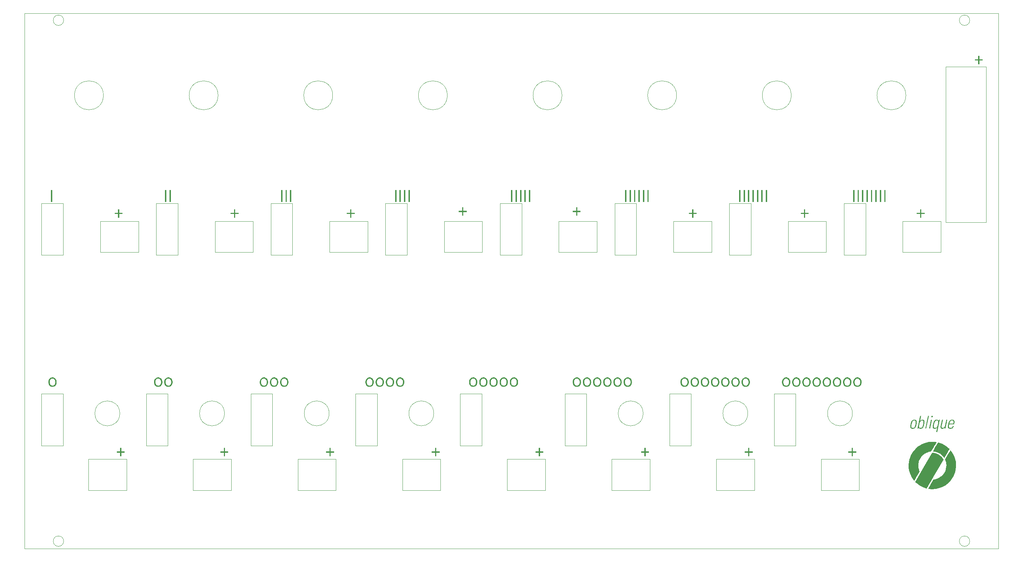
<source format=gbr>
%TF.GenerationSoftware,KiCad,Pcbnew,8.0.8-8.0.8-0~ubuntu24.04.1*%
%TF.CreationDate,2025-02-27T08:39:20-05:00*%
%TF.ProjectId,Oblique Pallette 5x Eurorack Faceplate,4f626c69-7175-4652-9050-616c6c657474,rev?*%
%TF.SameCoordinates,Original*%
%TF.FileFunction,Legend,Top*%
%TF.FilePolarity,Positive*%
%FSLAX46Y46*%
G04 Gerber Fmt 4.6, Leading zero omitted, Abs format (unit mm)*
G04 Created by KiCad (PCBNEW 8.0.8-8.0.8-0~ubuntu24.04.1) date 2025-02-27 08:39:20*
%MOMM*%
%LPD*%
G01*
G04 APERTURE LIST*
%ADD10C,0.100000*%
%ADD11C,0.000000*%
%TA.AperFunction,Profile*%
%ADD12C,0.100000*%
%TD*%
%TA.AperFunction,Profile*%
%ADD13C,0.050000*%
%TD*%
G04 APERTURE END LIST*
D10*
G36*
X162045603Y-79305352D02*
G01*
X162045603Y-78406294D01*
X161230809Y-78406294D01*
X161230809Y-78137383D01*
X162045603Y-78137383D01*
X162045603Y-77242721D01*
X162326971Y-77242721D01*
X162326971Y-78137383D01*
X163138101Y-78137383D01*
X163138101Y-78406294D01*
X162326971Y-78406294D01*
X162326971Y-79305352D01*
X162045603Y-79305352D01*
G37*
G36*
X35886531Y-118275272D02*
G01*
X36035810Y-118309179D01*
X36174424Y-118365690D01*
X36246824Y-118406852D01*
X36366769Y-118496033D01*
X36471065Y-118602834D01*
X36559712Y-118727255D01*
X36602198Y-118803991D01*
X36664183Y-118953785D01*
X36702250Y-119099003D01*
X36724289Y-119255578D01*
X36730425Y-119401898D01*
X36724289Y-119548357D01*
X36702250Y-119705436D01*
X36664183Y-119851524D01*
X36602198Y-120002735D01*
X36522419Y-120137833D01*
X36427339Y-120254616D01*
X36316957Y-120353084D01*
X36249023Y-120399874D01*
X36117048Y-120467880D01*
X35973365Y-120513630D01*
X35817974Y-120537123D01*
X35726587Y-120540558D01*
X35568356Y-120529429D01*
X35420095Y-120496045D01*
X35281802Y-120440403D01*
X35209281Y-120399874D01*
X35089690Y-120311582D01*
X34985633Y-120204974D01*
X34897108Y-120080051D01*
X34854640Y-120002735D01*
X34793009Y-119851524D01*
X34755159Y-119705436D01*
X34733246Y-119548357D01*
X34727145Y-119401898D01*
X35054675Y-119401898D01*
X35062618Y-119558347D01*
X35089702Y-119715234D01*
X35136008Y-119856189D01*
X35207243Y-119988458D01*
X35306274Y-120104076D01*
X35369016Y-120154410D01*
X35501200Y-120222251D01*
X35651282Y-120255506D01*
X35726587Y-120259190D01*
X35875514Y-120244455D01*
X36018247Y-120195237D01*
X36087090Y-120154410D01*
X36198837Y-120054290D01*
X36287608Y-119925389D01*
X36320830Y-119856189D01*
X36367553Y-119715234D01*
X36394881Y-119558347D01*
X36402896Y-119401898D01*
X36394881Y-119245907D01*
X36367553Y-119089523D01*
X36320830Y-118949071D01*
X36249492Y-118816459D01*
X36150116Y-118700935D01*
X36087090Y-118650851D01*
X35954775Y-118582535D01*
X35803111Y-118549047D01*
X35726587Y-118545338D01*
X35579789Y-118560176D01*
X35437968Y-118609738D01*
X35369016Y-118650851D01*
X35257742Y-118750617D01*
X35169204Y-118879648D01*
X35136008Y-118949071D01*
X35089702Y-119089523D01*
X35062618Y-119245907D01*
X35054675Y-119401898D01*
X34727145Y-119401898D01*
X34735114Y-119235385D01*
X34759019Y-119080230D01*
X34798861Y-118936432D01*
X34854640Y-118803991D01*
X34934535Y-118669782D01*
X35029963Y-118553192D01*
X35140924Y-118454222D01*
X35209281Y-118406852D01*
X35342035Y-118337783D01*
X35484758Y-118291319D01*
X35637450Y-118267459D01*
X35726587Y-118263970D01*
X35886531Y-118275272D01*
G37*
G36*
X90873691Y-75990000D02*
G01*
X90873691Y-73079602D01*
X91201221Y-73079602D01*
X91201221Y-75990000D01*
X90873691Y-75990000D01*
G37*
G36*
X91946406Y-75990000D02*
G01*
X91946406Y-73079602D01*
X92273935Y-73079602D01*
X92273935Y-75990000D01*
X91946406Y-75990000D01*
G37*
G36*
X93019120Y-75990000D02*
G01*
X93019120Y-73079602D01*
X93346650Y-73079602D01*
X93346650Y-75990000D01*
X93019120Y-75990000D01*
G37*
G36*
X259045603Y-42805352D02*
G01*
X259045603Y-41906294D01*
X258230809Y-41906294D01*
X258230809Y-41637383D01*
X259045603Y-41637383D01*
X259045603Y-40742721D01*
X259326971Y-40742721D01*
X259326971Y-41637383D01*
X260138101Y-41637383D01*
X260138101Y-41906294D01*
X259326971Y-41906294D01*
X259326971Y-42805352D01*
X259045603Y-42805352D01*
G37*
G36*
X107545603Y-79805352D02*
G01*
X107545603Y-78906294D01*
X106730809Y-78906294D01*
X106730809Y-78637383D01*
X107545603Y-78637383D01*
X107545603Y-77742721D01*
X107826971Y-77742721D01*
X107826971Y-78637383D01*
X108638101Y-78637383D01*
X108638101Y-78906294D01*
X107826971Y-78906294D01*
X107826971Y-79805352D01*
X107545603Y-79805352D01*
G37*
G36*
X128045603Y-137305352D02*
G01*
X128045603Y-136406294D01*
X127230809Y-136406294D01*
X127230809Y-136137383D01*
X128045603Y-136137383D01*
X128045603Y-135242721D01*
X128326971Y-135242721D01*
X128326971Y-136137383D01*
X129138101Y-136137383D01*
X129138101Y-136406294D01*
X128326971Y-136406294D01*
X128326971Y-137305352D01*
X128045603Y-137305352D01*
G37*
G36*
X146373691Y-75990000D02*
G01*
X146373691Y-73079602D01*
X146701221Y-73079602D01*
X146701221Y-75990000D01*
X146373691Y-75990000D01*
G37*
G36*
X147446406Y-75990000D02*
G01*
X147446406Y-73079602D01*
X147773935Y-73079602D01*
X147773935Y-75990000D01*
X147446406Y-75990000D01*
G37*
G36*
X148519120Y-75990000D02*
G01*
X148519120Y-73079602D01*
X148846650Y-73079602D01*
X148846650Y-75990000D01*
X148519120Y-75990000D01*
G37*
G36*
X149591835Y-75990000D02*
G01*
X149591835Y-73079602D01*
X149919364Y-73079602D01*
X149919364Y-75990000D01*
X149591835Y-75990000D01*
G37*
G36*
X150664549Y-75990000D02*
G01*
X150664549Y-73079602D01*
X150992079Y-73079602D01*
X150992079Y-75990000D01*
X150664549Y-75990000D01*
G37*
G36*
X86886531Y-118275272D02*
G01*
X87035810Y-118309179D01*
X87174424Y-118365690D01*
X87246824Y-118406852D01*
X87366769Y-118496033D01*
X87471065Y-118602834D01*
X87559712Y-118727255D01*
X87602198Y-118803991D01*
X87664183Y-118953785D01*
X87702250Y-119099003D01*
X87724289Y-119255578D01*
X87730425Y-119401898D01*
X87724289Y-119548357D01*
X87702250Y-119705436D01*
X87664183Y-119851524D01*
X87602198Y-120002735D01*
X87522419Y-120137833D01*
X87427339Y-120254616D01*
X87316957Y-120353084D01*
X87249023Y-120399874D01*
X87117048Y-120467880D01*
X86973365Y-120513630D01*
X86817974Y-120537123D01*
X86726587Y-120540558D01*
X86568356Y-120529429D01*
X86420095Y-120496045D01*
X86281802Y-120440403D01*
X86209281Y-120399874D01*
X86089690Y-120311582D01*
X85985633Y-120204974D01*
X85897108Y-120080051D01*
X85854640Y-120002735D01*
X85793009Y-119851524D01*
X85755159Y-119705436D01*
X85733246Y-119548357D01*
X85727145Y-119401898D01*
X86054675Y-119401898D01*
X86062618Y-119558347D01*
X86089702Y-119715234D01*
X86136008Y-119856189D01*
X86207243Y-119988458D01*
X86306274Y-120104076D01*
X86369016Y-120154410D01*
X86501200Y-120222251D01*
X86651282Y-120255506D01*
X86726587Y-120259190D01*
X86875514Y-120244455D01*
X87018247Y-120195237D01*
X87087090Y-120154410D01*
X87198837Y-120054290D01*
X87287608Y-119925389D01*
X87320830Y-119856189D01*
X87367553Y-119715234D01*
X87394881Y-119558347D01*
X87402896Y-119401898D01*
X87394881Y-119245907D01*
X87367553Y-119089523D01*
X87320830Y-118949071D01*
X87249492Y-118816459D01*
X87150116Y-118700935D01*
X87087090Y-118650851D01*
X86954775Y-118582535D01*
X86803111Y-118549047D01*
X86726587Y-118545338D01*
X86579789Y-118560176D01*
X86437968Y-118609738D01*
X86369016Y-118650851D01*
X86257742Y-118750617D01*
X86169204Y-118879648D01*
X86136008Y-118949071D01*
X86089702Y-119089523D01*
X86062618Y-119245907D01*
X86054675Y-119401898D01*
X85727145Y-119401898D01*
X85735114Y-119235385D01*
X85759019Y-119080230D01*
X85798861Y-118936432D01*
X85854640Y-118803991D01*
X85934535Y-118669782D01*
X86029963Y-118553192D01*
X86140924Y-118454222D01*
X86209281Y-118406852D01*
X86342035Y-118337783D01*
X86484758Y-118291319D01*
X86637450Y-118267459D01*
X86726587Y-118263970D01*
X86886531Y-118275272D01*
G37*
G36*
X89342637Y-118275272D02*
G01*
X89491916Y-118309179D01*
X89630531Y-118365690D01*
X89702930Y-118406852D01*
X89822875Y-118496033D01*
X89927171Y-118602834D01*
X90015818Y-118727255D01*
X90058304Y-118803991D01*
X90120289Y-118953785D01*
X90158356Y-119099003D01*
X90180395Y-119255578D01*
X90186531Y-119401898D01*
X90180395Y-119548357D01*
X90158356Y-119705436D01*
X90120289Y-119851524D01*
X90058304Y-120002735D01*
X89978525Y-120137833D01*
X89883445Y-120254616D01*
X89773063Y-120353084D01*
X89705129Y-120399874D01*
X89573154Y-120467880D01*
X89429471Y-120513630D01*
X89274080Y-120537123D01*
X89182693Y-120540558D01*
X89024462Y-120529429D01*
X88876201Y-120496045D01*
X88737908Y-120440403D01*
X88665387Y-120399874D01*
X88545796Y-120311582D01*
X88441739Y-120204974D01*
X88353214Y-120080051D01*
X88310746Y-120002735D01*
X88249115Y-119851524D01*
X88211265Y-119705436D01*
X88189352Y-119548357D01*
X88183251Y-119401898D01*
X88510781Y-119401898D01*
X88518724Y-119558347D01*
X88545808Y-119715234D01*
X88592114Y-119856189D01*
X88663349Y-119988458D01*
X88762380Y-120104076D01*
X88825122Y-120154410D01*
X88957306Y-120222251D01*
X89107388Y-120255506D01*
X89182693Y-120259190D01*
X89331620Y-120244455D01*
X89474353Y-120195237D01*
X89543196Y-120154410D01*
X89654943Y-120054290D01*
X89743714Y-119925389D01*
X89776936Y-119856189D01*
X89823659Y-119715234D01*
X89850987Y-119558347D01*
X89859002Y-119401898D01*
X89850987Y-119245907D01*
X89823659Y-119089523D01*
X89776936Y-118949071D01*
X89705598Y-118816459D01*
X89606222Y-118700935D01*
X89543196Y-118650851D01*
X89410881Y-118582535D01*
X89259217Y-118549047D01*
X89182693Y-118545338D01*
X89035896Y-118560176D01*
X88894074Y-118609738D01*
X88825122Y-118650851D01*
X88713848Y-118750617D01*
X88625310Y-118879648D01*
X88592114Y-118949071D01*
X88545808Y-119089523D01*
X88518724Y-119245907D01*
X88510781Y-119401898D01*
X88183251Y-119401898D01*
X88191220Y-119235385D01*
X88215125Y-119080230D01*
X88254967Y-118936432D01*
X88310746Y-118803991D01*
X88390641Y-118669782D01*
X88486069Y-118553192D01*
X88597030Y-118454222D01*
X88665387Y-118406852D01*
X88798141Y-118337783D01*
X88940864Y-118291319D01*
X89093556Y-118267459D01*
X89182693Y-118263970D01*
X89342637Y-118275272D01*
G37*
G36*
X91798743Y-118275272D02*
G01*
X91948022Y-118309179D01*
X92086637Y-118365690D01*
X92159036Y-118406852D01*
X92278981Y-118496033D01*
X92383277Y-118602834D01*
X92471924Y-118727255D01*
X92514410Y-118803991D01*
X92576395Y-118953785D01*
X92614462Y-119099003D01*
X92636501Y-119255578D01*
X92642637Y-119401898D01*
X92636501Y-119548357D01*
X92614462Y-119705436D01*
X92576395Y-119851524D01*
X92514410Y-120002735D01*
X92434631Y-120137833D01*
X92339551Y-120254616D01*
X92229169Y-120353084D01*
X92161235Y-120399874D01*
X92029260Y-120467880D01*
X91885577Y-120513630D01*
X91730186Y-120537123D01*
X91638799Y-120540558D01*
X91480568Y-120529429D01*
X91332307Y-120496045D01*
X91194014Y-120440403D01*
X91121493Y-120399874D01*
X91001902Y-120311582D01*
X90897845Y-120204974D01*
X90809320Y-120080051D01*
X90766852Y-120002735D01*
X90705221Y-119851524D01*
X90667371Y-119705436D01*
X90645458Y-119548357D01*
X90639357Y-119401898D01*
X90966887Y-119401898D01*
X90974830Y-119558347D01*
X91001914Y-119715234D01*
X91048220Y-119856189D01*
X91119455Y-119988458D01*
X91218486Y-120104076D01*
X91281228Y-120154410D01*
X91413412Y-120222251D01*
X91563494Y-120255506D01*
X91638799Y-120259190D01*
X91787726Y-120244455D01*
X91930460Y-120195237D01*
X91999302Y-120154410D01*
X92111049Y-120054290D01*
X92199820Y-119925389D01*
X92233042Y-119856189D01*
X92279765Y-119715234D01*
X92307093Y-119558347D01*
X92315108Y-119401898D01*
X92307093Y-119245907D01*
X92279765Y-119089523D01*
X92233042Y-118949071D01*
X92161704Y-118816459D01*
X92062328Y-118700935D01*
X91999302Y-118650851D01*
X91866987Y-118582535D01*
X91715324Y-118549047D01*
X91638799Y-118545338D01*
X91492002Y-118560176D01*
X91350180Y-118609738D01*
X91281228Y-118650851D01*
X91169955Y-118750617D01*
X91081416Y-118879648D01*
X91048220Y-118949071D01*
X91001914Y-119089523D01*
X90974830Y-119245907D01*
X90966887Y-119401898D01*
X90639357Y-119401898D01*
X90647326Y-119235385D01*
X90671231Y-119080230D01*
X90711073Y-118936432D01*
X90766852Y-118803991D01*
X90846747Y-118669782D01*
X90942175Y-118553192D01*
X91053136Y-118454222D01*
X91121493Y-118406852D01*
X91254247Y-118337783D01*
X91396970Y-118291319D01*
X91549663Y-118267459D01*
X91638799Y-118263970D01*
X91798743Y-118275272D01*
G37*
G36*
X245045603Y-79805352D02*
G01*
X245045603Y-78906294D01*
X244230809Y-78906294D01*
X244230809Y-78637383D01*
X245045603Y-78637383D01*
X245045603Y-77742721D01*
X245326971Y-77742721D01*
X245326971Y-78637383D01*
X246138101Y-78637383D01*
X246138101Y-78906294D01*
X245326971Y-78906294D01*
X245326971Y-79805352D01*
X245045603Y-79805352D01*
G37*
G36*
X137386531Y-118275272D02*
G01*
X137535810Y-118309179D01*
X137674424Y-118365690D01*
X137746824Y-118406852D01*
X137866769Y-118496033D01*
X137971065Y-118602834D01*
X138059712Y-118727255D01*
X138102198Y-118803991D01*
X138164183Y-118953785D01*
X138202250Y-119099003D01*
X138224289Y-119255578D01*
X138230425Y-119401898D01*
X138224289Y-119548357D01*
X138202250Y-119705436D01*
X138164183Y-119851524D01*
X138102198Y-120002735D01*
X138022419Y-120137833D01*
X137927339Y-120254616D01*
X137816957Y-120353084D01*
X137749023Y-120399874D01*
X137617048Y-120467880D01*
X137473365Y-120513630D01*
X137317974Y-120537123D01*
X137226587Y-120540558D01*
X137068356Y-120529429D01*
X136920095Y-120496045D01*
X136781802Y-120440403D01*
X136709281Y-120399874D01*
X136589690Y-120311582D01*
X136485633Y-120204974D01*
X136397108Y-120080051D01*
X136354640Y-120002735D01*
X136293009Y-119851524D01*
X136255159Y-119705436D01*
X136233246Y-119548357D01*
X136227145Y-119401898D01*
X136554675Y-119401898D01*
X136562618Y-119558347D01*
X136589702Y-119715234D01*
X136636008Y-119856189D01*
X136707243Y-119988458D01*
X136806274Y-120104076D01*
X136869016Y-120154410D01*
X137001200Y-120222251D01*
X137151282Y-120255506D01*
X137226587Y-120259190D01*
X137375514Y-120244455D01*
X137518247Y-120195237D01*
X137587090Y-120154410D01*
X137698837Y-120054290D01*
X137787608Y-119925389D01*
X137820830Y-119856189D01*
X137867553Y-119715234D01*
X137894881Y-119558347D01*
X137902896Y-119401898D01*
X137894881Y-119245907D01*
X137867553Y-119089523D01*
X137820830Y-118949071D01*
X137749492Y-118816459D01*
X137650116Y-118700935D01*
X137587090Y-118650851D01*
X137454775Y-118582535D01*
X137303111Y-118549047D01*
X137226587Y-118545338D01*
X137079789Y-118560176D01*
X136937968Y-118609738D01*
X136869016Y-118650851D01*
X136757742Y-118750617D01*
X136669204Y-118879648D01*
X136636008Y-118949071D01*
X136589702Y-119089523D01*
X136562618Y-119245907D01*
X136554675Y-119401898D01*
X136227145Y-119401898D01*
X136235114Y-119235385D01*
X136259019Y-119080230D01*
X136298861Y-118936432D01*
X136354640Y-118803991D01*
X136434535Y-118669782D01*
X136529963Y-118553192D01*
X136640924Y-118454222D01*
X136709281Y-118406852D01*
X136842035Y-118337783D01*
X136984758Y-118291319D01*
X137137450Y-118267459D01*
X137226587Y-118263970D01*
X137386531Y-118275272D01*
G37*
G36*
X139842637Y-118275272D02*
G01*
X139991916Y-118309179D01*
X140130531Y-118365690D01*
X140202930Y-118406852D01*
X140322875Y-118496033D01*
X140427171Y-118602834D01*
X140515818Y-118727255D01*
X140558304Y-118803991D01*
X140620289Y-118953785D01*
X140658356Y-119099003D01*
X140680395Y-119255578D01*
X140686531Y-119401898D01*
X140680395Y-119548357D01*
X140658356Y-119705436D01*
X140620289Y-119851524D01*
X140558304Y-120002735D01*
X140478525Y-120137833D01*
X140383445Y-120254616D01*
X140273063Y-120353084D01*
X140205129Y-120399874D01*
X140073154Y-120467880D01*
X139929471Y-120513630D01*
X139774080Y-120537123D01*
X139682693Y-120540558D01*
X139524462Y-120529429D01*
X139376201Y-120496045D01*
X139237908Y-120440403D01*
X139165387Y-120399874D01*
X139045796Y-120311582D01*
X138941739Y-120204974D01*
X138853214Y-120080051D01*
X138810746Y-120002735D01*
X138749115Y-119851524D01*
X138711265Y-119705436D01*
X138689352Y-119548357D01*
X138683251Y-119401898D01*
X139010781Y-119401898D01*
X139018724Y-119558347D01*
X139045808Y-119715234D01*
X139092114Y-119856189D01*
X139163349Y-119988458D01*
X139262380Y-120104076D01*
X139325122Y-120154410D01*
X139457306Y-120222251D01*
X139607388Y-120255506D01*
X139682693Y-120259190D01*
X139831620Y-120244455D01*
X139974353Y-120195237D01*
X140043196Y-120154410D01*
X140154943Y-120054290D01*
X140243714Y-119925389D01*
X140276936Y-119856189D01*
X140323659Y-119715234D01*
X140350987Y-119558347D01*
X140359002Y-119401898D01*
X140350987Y-119245907D01*
X140323659Y-119089523D01*
X140276936Y-118949071D01*
X140205598Y-118816459D01*
X140106222Y-118700935D01*
X140043196Y-118650851D01*
X139910881Y-118582535D01*
X139759217Y-118549047D01*
X139682693Y-118545338D01*
X139535896Y-118560176D01*
X139394074Y-118609738D01*
X139325122Y-118650851D01*
X139213848Y-118750617D01*
X139125310Y-118879648D01*
X139092114Y-118949071D01*
X139045808Y-119089523D01*
X139018724Y-119245907D01*
X139010781Y-119401898D01*
X138683251Y-119401898D01*
X138691220Y-119235385D01*
X138715125Y-119080230D01*
X138754967Y-118936432D01*
X138810746Y-118803991D01*
X138890641Y-118669782D01*
X138986069Y-118553192D01*
X139097030Y-118454222D01*
X139165387Y-118406852D01*
X139298141Y-118337783D01*
X139440864Y-118291319D01*
X139593556Y-118267459D01*
X139682693Y-118263970D01*
X139842637Y-118275272D01*
G37*
G36*
X142298743Y-118275272D02*
G01*
X142448022Y-118309179D01*
X142586637Y-118365690D01*
X142659036Y-118406852D01*
X142778981Y-118496033D01*
X142883277Y-118602834D01*
X142971924Y-118727255D01*
X143014410Y-118803991D01*
X143076395Y-118953785D01*
X143114462Y-119099003D01*
X143136501Y-119255578D01*
X143142637Y-119401898D01*
X143136501Y-119548357D01*
X143114462Y-119705436D01*
X143076395Y-119851524D01*
X143014410Y-120002735D01*
X142934631Y-120137833D01*
X142839551Y-120254616D01*
X142729169Y-120353084D01*
X142661235Y-120399874D01*
X142529260Y-120467880D01*
X142385577Y-120513630D01*
X142230186Y-120537123D01*
X142138799Y-120540558D01*
X141980568Y-120529429D01*
X141832307Y-120496045D01*
X141694014Y-120440403D01*
X141621493Y-120399874D01*
X141501902Y-120311582D01*
X141397845Y-120204974D01*
X141309320Y-120080051D01*
X141266852Y-120002735D01*
X141205221Y-119851524D01*
X141167371Y-119705436D01*
X141145458Y-119548357D01*
X141139357Y-119401898D01*
X141466887Y-119401898D01*
X141474830Y-119558347D01*
X141501914Y-119715234D01*
X141548220Y-119856189D01*
X141619455Y-119988458D01*
X141718486Y-120104076D01*
X141781228Y-120154410D01*
X141913412Y-120222251D01*
X142063494Y-120255506D01*
X142138799Y-120259190D01*
X142287726Y-120244455D01*
X142430460Y-120195237D01*
X142499302Y-120154410D01*
X142611049Y-120054290D01*
X142699820Y-119925389D01*
X142733042Y-119856189D01*
X142779765Y-119715234D01*
X142807093Y-119558347D01*
X142815108Y-119401898D01*
X142807093Y-119245907D01*
X142779765Y-119089523D01*
X142733042Y-118949071D01*
X142661704Y-118816459D01*
X142562328Y-118700935D01*
X142499302Y-118650851D01*
X142366987Y-118582535D01*
X142215324Y-118549047D01*
X142138799Y-118545338D01*
X141992002Y-118560176D01*
X141850180Y-118609738D01*
X141781228Y-118650851D01*
X141669955Y-118750617D01*
X141581416Y-118879648D01*
X141548220Y-118949071D01*
X141501914Y-119089523D01*
X141474830Y-119245907D01*
X141466887Y-119401898D01*
X141139357Y-119401898D01*
X141147326Y-119235385D01*
X141171231Y-119080230D01*
X141211073Y-118936432D01*
X141266852Y-118803991D01*
X141346747Y-118669782D01*
X141442175Y-118553192D01*
X141553136Y-118454222D01*
X141621493Y-118406852D01*
X141754247Y-118337783D01*
X141896970Y-118291319D01*
X142049663Y-118267459D01*
X142138799Y-118263970D01*
X142298743Y-118275272D01*
G37*
G36*
X144754849Y-118275272D02*
G01*
X144904128Y-118309179D01*
X145042743Y-118365690D01*
X145115143Y-118406852D01*
X145235087Y-118496033D01*
X145339383Y-118602834D01*
X145428030Y-118727255D01*
X145470516Y-118803991D01*
X145532501Y-118953785D01*
X145570568Y-119099003D01*
X145592608Y-119255578D01*
X145598743Y-119401898D01*
X145592608Y-119548357D01*
X145570568Y-119705436D01*
X145532501Y-119851524D01*
X145470516Y-120002735D01*
X145390737Y-120137833D01*
X145295657Y-120254616D01*
X145185276Y-120353084D01*
X145117341Y-120399874D01*
X144985366Y-120467880D01*
X144841683Y-120513630D01*
X144686292Y-120537123D01*
X144594905Y-120540558D01*
X144436675Y-120529429D01*
X144288413Y-120496045D01*
X144150120Y-120440403D01*
X144077599Y-120399874D01*
X143958008Y-120311582D01*
X143853951Y-120204974D01*
X143765427Y-120080051D01*
X143722958Y-120002735D01*
X143661328Y-119851524D01*
X143623478Y-119705436D01*
X143601564Y-119548357D01*
X143595464Y-119401898D01*
X143922993Y-119401898D01*
X143930936Y-119558347D01*
X143958020Y-119715234D01*
X144004326Y-119856189D01*
X144075561Y-119988458D01*
X144174592Y-120104076D01*
X144237334Y-120154410D01*
X144369518Y-120222251D01*
X144519600Y-120255506D01*
X144594905Y-120259190D01*
X144743832Y-120244455D01*
X144886566Y-120195237D01*
X144955408Y-120154410D01*
X145067155Y-120054290D01*
X145155926Y-119925389D01*
X145189148Y-119856189D01*
X145235871Y-119715234D01*
X145263200Y-119558347D01*
X145271214Y-119401898D01*
X145263200Y-119245907D01*
X145235871Y-119089523D01*
X145189148Y-118949071D01*
X145117810Y-118816459D01*
X145018435Y-118700935D01*
X144955408Y-118650851D01*
X144823093Y-118582535D01*
X144671430Y-118549047D01*
X144594905Y-118545338D01*
X144448108Y-118560176D01*
X144306286Y-118609738D01*
X144237334Y-118650851D01*
X144126061Y-118750617D01*
X144037522Y-118879648D01*
X144004326Y-118949071D01*
X143958020Y-119089523D01*
X143930936Y-119245907D01*
X143922993Y-119401898D01*
X143595464Y-119401898D01*
X143603432Y-119235385D01*
X143627337Y-119080230D01*
X143667179Y-118936432D01*
X143722958Y-118803991D01*
X143802853Y-118669782D01*
X143898281Y-118553192D01*
X144009242Y-118454222D01*
X144077599Y-118406852D01*
X144210353Y-118337783D01*
X144353076Y-118291319D01*
X144505769Y-118267459D01*
X144594905Y-118263970D01*
X144754849Y-118275272D01*
G37*
G36*
X147210955Y-118275272D02*
G01*
X147360234Y-118309179D01*
X147498849Y-118365690D01*
X147571249Y-118406852D01*
X147691194Y-118496033D01*
X147795489Y-118602834D01*
X147884136Y-118727255D01*
X147926622Y-118803991D01*
X147988607Y-118953785D01*
X148026674Y-119099003D01*
X148048714Y-119255578D01*
X148054849Y-119401898D01*
X148048714Y-119548357D01*
X148026674Y-119705436D01*
X147988607Y-119851524D01*
X147926622Y-120002735D01*
X147846843Y-120137833D01*
X147751763Y-120254616D01*
X147641382Y-120353084D01*
X147573447Y-120399874D01*
X147441472Y-120467880D01*
X147297789Y-120513630D01*
X147142398Y-120537123D01*
X147051011Y-120540558D01*
X146892781Y-120529429D01*
X146744519Y-120496045D01*
X146606227Y-120440403D01*
X146533705Y-120399874D01*
X146414114Y-120311582D01*
X146310057Y-120204974D01*
X146221533Y-120080051D01*
X146179064Y-120002735D01*
X146117434Y-119851524D01*
X146079584Y-119705436D01*
X146057670Y-119548357D01*
X146051570Y-119401898D01*
X146379099Y-119401898D01*
X146387042Y-119558347D01*
X146414126Y-119715234D01*
X146460432Y-119856189D01*
X146531667Y-119988458D01*
X146630699Y-120104076D01*
X146693440Y-120154410D01*
X146825624Y-120222251D01*
X146975706Y-120255506D01*
X147051011Y-120259190D01*
X147199938Y-120244455D01*
X147342672Y-120195237D01*
X147411514Y-120154410D01*
X147523261Y-120054290D01*
X147612032Y-119925389D01*
X147645254Y-119856189D01*
X147691977Y-119715234D01*
X147719306Y-119558347D01*
X147727320Y-119401898D01*
X147719306Y-119245907D01*
X147691977Y-119089523D01*
X147645254Y-118949071D01*
X147573916Y-118816459D01*
X147474541Y-118700935D01*
X147411514Y-118650851D01*
X147279199Y-118582535D01*
X147127536Y-118549047D01*
X147051011Y-118545338D01*
X146904214Y-118560176D01*
X146762392Y-118609738D01*
X146693440Y-118650851D01*
X146582167Y-118750617D01*
X146493628Y-118879648D01*
X146460432Y-118949071D01*
X146414126Y-119089523D01*
X146387042Y-119245907D01*
X146379099Y-119401898D01*
X146051570Y-119401898D01*
X146059538Y-119235385D01*
X146083443Y-119080230D01*
X146123285Y-118936432D01*
X146179064Y-118803991D01*
X146258959Y-118669782D01*
X146354387Y-118553192D01*
X146465348Y-118454222D01*
X146533705Y-118406852D01*
X146666459Y-118337783D01*
X146809182Y-118291319D01*
X146961875Y-118267459D01*
X147051011Y-118263970D01*
X147210955Y-118275272D01*
G37*
G36*
X228545603Y-137305352D02*
G01*
X228545603Y-136406294D01*
X227730809Y-136406294D01*
X227730809Y-136137383D01*
X228545603Y-136137383D01*
X228545603Y-135242721D01*
X228826971Y-135242721D01*
X228826971Y-136137383D01*
X229638101Y-136137383D01*
X229638101Y-136406294D01*
X228826971Y-136406294D01*
X228826971Y-137305352D01*
X228545603Y-137305352D01*
G37*
G36*
X178545603Y-137305352D02*
G01*
X178545603Y-136406294D01*
X177730809Y-136406294D01*
X177730809Y-136137383D01*
X178545603Y-136137383D01*
X178545603Y-135242721D01*
X178826971Y-135242721D01*
X178826971Y-136137383D01*
X179638101Y-136137383D01*
X179638101Y-136406294D01*
X178826971Y-136406294D01*
X178826971Y-137305352D01*
X178545603Y-137305352D01*
G37*
G36*
X217045603Y-79805352D02*
G01*
X217045603Y-78906294D01*
X216230809Y-78906294D01*
X216230809Y-78637383D01*
X217045603Y-78637383D01*
X217045603Y-77742721D01*
X217326971Y-77742721D01*
X217326971Y-78637383D01*
X218138101Y-78637383D01*
X218138101Y-78906294D01*
X217326971Y-78906294D01*
X217326971Y-79805352D01*
X217045603Y-79805352D01*
G37*
G36*
X77045603Y-137305352D02*
G01*
X77045603Y-136406294D01*
X76230809Y-136406294D01*
X76230809Y-136137383D01*
X77045603Y-136137383D01*
X77045603Y-135242721D01*
X77326971Y-135242721D01*
X77326971Y-136137383D01*
X78138101Y-136137383D01*
X78138101Y-136406294D01*
X77326971Y-136406294D01*
X77326971Y-137305352D01*
X77045603Y-137305352D01*
G37*
G36*
X79545603Y-79805352D02*
G01*
X79545603Y-78906294D01*
X78730809Y-78906294D01*
X78730809Y-78637383D01*
X79545603Y-78637383D01*
X79545603Y-77742721D01*
X79826971Y-77742721D01*
X79826971Y-78637383D01*
X80638101Y-78637383D01*
X80638101Y-78906294D01*
X79826971Y-78906294D01*
X79826971Y-79805352D01*
X79545603Y-79805352D01*
G37*
G36*
X201373691Y-75990000D02*
G01*
X201373691Y-73079602D01*
X201701221Y-73079602D01*
X201701221Y-75990000D01*
X201373691Y-75990000D01*
G37*
G36*
X202446406Y-75990000D02*
G01*
X202446406Y-73079602D01*
X202773935Y-73079602D01*
X202773935Y-75990000D01*
X202446406Y-75990000D01*
G37*
G36*
X203519120Y-75990000D02*
G01*
X203519120Y-73079602D01*
X203846650Y-73079602D01*
X203846650Y-75990000D01*
X203519120Y-75990000D01*
G37*
G36*
X204591835Y-75990000D02*
G01*
X204591835Y-73079602D01*
X204919364Y-73079602D01*
X204919364Y-75990000D01*
X204591835Y-75990000D01*
G37*
G36*
X205664549Y-75990000D02*
G01*
X205664549Y-73079602D01*
X205992079Y-73079602D01*
X205992079Y-75990000D01*
X205664549Y-75990000D01*
G37*
G36*
X206737264Y-75990000D02*
G01*
X206737264Y-73079602D01*
X207064794Y-73079602D01*
X207064794Y-75990000D01*
X206737264Y-75990000D01*
G37*
G36*
X207809979Y-75990000D02*
G01*
X207809979Y-73079602D01*
X208137508Y-73079602D01*
X208137508Y-75990000D01*
X207809979Y-75990000D01*
G37*
G36*
X35373691Y-75990000D02*
G01*
X35373691Y-73079602D01*
X35701221Y-73079602D01*
X35701221Y-75990000D01*
X35373691Y-75990000D01*
G37*
G36*
X188386531Y-118275272D02*
G01*
X188535810Y-118309179D01*
X188674424Y-118365690D01*
X188746824Y-118406852D01*
X188866769Y-118496033D01*
X188971065Y-118602834D01*
X189059712Y-118727255D01*
X189102198Y-118803991D01*
X189164183Y-118953785D01*
X189202250Y-119099003D01*
X189224289Y-119255578D01*
X189230425Y-119401898D01*
X189224289Y-119548357D01*
X189202250Y-119705436D01*
X189164183Y-119851524D01*
X189102198Y-120002735D01*
X189022419Y-120137833D01*
X188927339Y-120254616D01*
X188816957Y-120353084D01*
X188749023Y-120399874D01*
X188617048Y-120467880D01*
X188473365Y-120513630D01*
X188317974Y-120537123D01*
X188226587Y-120540558D01*
X188068356Y-120529429D01*
X187920095Y-120496045D01*
X187781802Y-120440403D01*
X187709281Y-120399874D01*
X187589690Y-120311582D01*
X187485633Y-120204974D01*
X187397108Y-120080051D01*
X187354640Y-120002735D01*
X187293009Y-119851524D01*
X187255159Y-119705436D01*
X187233246Y-119548357D01*
X187227145Y-119401898D01*
X187554675Y-119401898D01*
X187562618Y-119558347D01*
X187589702Y-119715234D01*
X187636008Y-119856189D01*
X187707243Y-119988458D01*
X187806274Y-120104076D01*
X187869016Y-120154410D01*
X188001200Y-120222251D01*
X188151282Y-120255506D01*
X188226587Y-120259190D01*
X188375514Y-120244455D01*
X188518247Y-120195237D01*
X188587090Y-120154410D01*
X188698837Y-120054290D01*
X188787608Y-119925389D01*
X188820830Y-119856189D01*
X188867553Y-119715234D01*
X188894881Y-119558347D01*
X188902896Y-119401898D01*
X188894881Y-119245907D01*
X188867553Y-119089523D01*
X188820830Y-118949071D01*
X188749492Y-118816459D01*
X188650116Y-118700935D01*
X188587090Y-118650851D01*
X188454775Y-118582535D01*
X188303111Y-118549047D01*
X188226587Y-118545338D01*
X188079789Y-118560176D01*
X187937968Y-118609738D01*
X187869016Y-118650851D01*
X187757742Y-118750617D01*
X187669204Y-118879648D01*
X187636008Y-118949071D01*
X187589702Y-119089523D01*
X187562618Y-119245907D01*
X187554675Y-119401898D01*
X187227145Y-119401898D01*
X187235114Y-119235385D01*
X187259019Y-119080230D01*
X187298861Y-118936432D01*
X187354640Y-118803991D01*
X187434535Y-118669782D01*
X187529963Y-118553192D01*
X187640924Y-118454222D01*
X187709281Y-118406852D01*
X187842035Y-118337783D01*
X187984758Y-118291319D01*
X188137450Y-118267459D01*
X188226587Y-118263970D01*
X188386531Y-118275272D01*
G37*
G36*
X190842637Y-118275272D02*
G01*
X190991916Y-118309179D01*
X191130531Y-118365690D01*
X191202930Y-118406852D01*
X191322875Y-118496033D01*
X191427171Y-118602834D01*
X191515818Y-118727255D01*
X191558304Y-118803991D01*
X191620289Y-118953785D01*
X191658356Y-119099003D01*
X191680395Y-119255578D01*
X191686531Y-119401898D01*
X191680395Y-119548357D01*
X191658356Y-119705436D01*
X191620289Y-119851524D01*
X191558304Y-120002735D01*
X191478525Y-120137833D01*
X191383445Y-120254616D01*
X191273063Y-120353084D01*
X191205129Y-120399874D01*
X191073154Y-120467880D01*
X190929471Y-120513630D01*
X190774080Y-120537123D01*
X190682693Y-120540558D01*
X190524462Y-120529429D01*
X190376201Y-120496045D01*
X190237908Y-120440403D01*
X190165387Y-120399874D01*
X190045796Y-120311582D01*
X189941739Y-120204974D01*
X189853214Y-120080051D01*
X189810746Y-120002735D01*
X189749115Y-119851524D01*
X189711265Y-119705436D01*
X189689352Y-119548357D01*
X189683251Y-119401898D01*
X190010781Y-119401898D01*
X190018724Y-119558347D01*
X190045808Y-119715234D01*
X190092114Y-119856189D01*
X190163349Y-119988458D01*
X190262380Y-120104076D01*
X190325122Y-120154410D01*
X190457306Y-120222251D01*
X190607388Y-120255506D01*
X190682693Y-120259190D01*
X190831620Y-120244455D01*
X190974353Y-120195237D01*
X191043196Y-120154410D01*
X191154943Y-120054290D01*
X191243714Y-119925389D01*
X191276936Y-119856189D01*
X191323659Y-119715234D01*
X191350987Y-119558347D01*
X191359002Y-119401898D01*
X191350987Y-119245907D01*
X191323659Y-119089523D01*
X191276936Y-118949071D01*
X191205598Y-118816459D01*
X191106222Y-118700935D01*
X191043196Y-118650851D01*
X190910881Y-118582535D01*
X190759217Y-118549047D01*
X190682693Y-118545338D01*
X190535896Y-118560176D01*
X190394074Y-118609738D01*
X190325122Y-118650851D01*
X190213848Y-118750617D01*
X190125310Y-118879648D01*
X190092114Y-118949071D01*
X190045808Y-119089523D01*
X190018724Y-119245907D01*
X190010781Y-119401898D01*
X189683251Y-119401898D01*
X189691220Y-119235385D01*
X189715125Y-119080230D01*
X189754967Y-118936432D01*
X189810746Y-118803991D01*
X189890641Y-118669782D01*
X189986069Y-118553192D01*
X190097030Y-118454222D01*
X190165387Y-118406852D01*
X190298141Y-118337783D01*
X190440864Y-118291319D01*
X190593556Y-118267459D01*
X190682693Y-118263970D01*
X190842637Y-118275272D01*
G37*
G36*
X193298743Y-118275272D02*
G01*
X193448022Y-118309179D01*
X193586637Y-118365690D01*
X193659036Y-118406852D01*
X193778981Y-118496033D01*
X193883277Y-118602834D01*
X193971924Y-118727255D01*
X194014410Y-118803991D01*
X194076395Y-118953785D01*
X194114462Y-119099003D01*
X194136501Y-119255578D01*
X194142637Y-119401898D01*
X194136501Y-119548357D01*
X194114462Y-119705436D01*
X194076395Y-119851524D01*
X194014410Y-120002735D01*
X193934631Y-120137833D01*
X193839551Y-120254616D01*
X193729169Y-120353084D01*
X193661235Y-120399874D01*
X193529260Y-120467880D01*
X193385577Y-120513630D01*
X193230186Y-120537123D01*
X193138799Y-120540558D01*
X192980568Y-120529429D01*
X192832307Y-120496045D01*
X192694014Y-120440403D01*
X192621493Y-120399874D01*
X192501902Y-120311582D01*
X192397845Y-120204974D01*
X192309320Y-120080051D01*
X192266852Y-120002735D01*
X192205221Y-119851524D01*
X192167371Y-119705436D01*
X192145458Y-119548357D01*
X192139357Y-119401898D01*
X192466887Y-119401898D01*
X192474830Y-119558347D01*
X192501914Y-119715234D01*
X192548220Y-119856189D01*
X192619455Y-119988458D01*
X192718486Y-120104076D01*
X192781228Y-120154410D01*
X192913412Y-120222251D01*
X193063494Y-120255506D01*
X193138799Y-120259190D01*
X193287726Y-120244455D01*
X193430460Y-120195237D01*
X193499302Y-120154410D01*
X193611049Y-120054290D01*
X193699820Y-119925389D01*
X193733042Y-119856189D01*
X193779765Y-119715234D01*
X193807093Y-119558347D01*
X193815108Y-119401898D01*
X193807093Y-119245907D01*
X193779765Y-119089523D01*
X193733042Y-118949071D01*
X193661704Y-118816459D01*
X193562328Y-118700935D01*
X193499302Y-118650851D01*
X193366987Y-118582535D01*
X193215324Y-118549047D01*
X193138799Y-118545338D01*
X192992002Y-118560176D01*
X192850180Y-118609738D01*
X192781228Y-118650851D01*
X192669955Y-118750617D01*
X192581416Y-118879648D01*
X192548220Y-118949071D01*
X192501914Y-119089523D01*
X192474830Y-119245907D01*
X192466887Y-119401898D01*
X192139357Y-119401898D01*
X192147326Y-119235385D01*
X192171231Y-119080230D01*
X192211073Y-118936432D01*
X192266852Y-118803991D01*
X192346747Y-118669782D01*
X192442175Y-118553192D01*
X192553136Y-118454222D01*
X192621493Y-118406852D01*
X192754247Y-118337783D01*
X192896970Y-118291319D01*
X193049663Y-118267459D01*
X193138799Y-118263970D01*
X193298743Y-118275272D01*
G37*
G36*
X195754849Y-118275272D02*
G01*
X195904128Y-118309179D01*
X196042743Y-118365690D01*
X196115143Y-118406852D01*
X196235087Y-118496033D01*
X196339383Y-118602834D01*
X196428030Y-118727255D01*
X196470516Y-118803991D01*
X196532501Y-118953785D01*
X196570568Y-119099003D01*
X196592608Y-119255578D01*
X196598743Y-119401898D01*
X196592608Y-119548357D01*
X196570568Y-119705436D01*
X196532501Y-119851524D01*
X196470516Y-120002735D01*
X196390737Y-120137833D01*
X196295657Y-120254616D01*
X196185276Y-120353084D01*
X196117341Y-120399874D01*
X195985366Y-120467880D01*
X195841683Y-120513630D01*
X195686292Y-120537123D01*
X195594905Y-120540558D01*
X195436675Y-120529429D01*
X195288413Y-120496045D01*
X195150120Y-120440403D01*
X195077599Y-120399874D01*
X194958008Y-120311582D01*
X194853951Y-120204974D01*
X194765427Y-120080051D01*
X194722958Y-120002735D01*
X194661328Y-119851524D01*
X194623478Y-119705436D01*
X194601564Y-119548357D01*
X194595464Y-119401898D01*
X194922993Y-119401898D01*
X194930936Y-119558347D01*
X194958020Y-119715234D01*
X195004326Y-119856189D01*
X195075561Y-119988458D01*
X195174592Y-120104076D01*
X195237334Y-120154410D01*
X195369518Y-120222251D01*
X195519600Y-120255506D01*
X195594905Y-120259190D01*
X195743832Y-120244455D01*
X195886566Y-120195237D01*
X195955408Y-120154410D01*
X196067155Y-120054290D01*
X196155926Y-119925389D01*
X196189148Y-119856189D01*
X196235871Y-119715234D01*
X196263200Y-119558347D01*
X196271214Y-119401898D01*
X196263200Y-119245907D01*
X196235871Y-119089523D01*
X196189148Y-118949071D01*
X196117810Y-118816459D01*
X196018435Y-118700935D01*
X195955408Y-118650851D01*
X195823093Y-118582535D01*
X195671430Y-118549047D01*
X195594905Y-118545338D01*
X195448108Y-118560176D01*
X195306286Y-118609738D01*
X195237334Y-118650851D01*
X195126061Y-118750617D01*
X195037522Y-118879648D01*
X195004326Y-118949071D01*
X194958020Y-119089523D01*
X194930936Y-119245907D01*
X194922993Y-119401898D01*
X194595464Y-119401898D01*
X194603432Y-119235385D01*
X194627337Y-119080230D01*
X194667179Y-118936432D01*
X194722958Y-118803991D01*
X194802853Y-118669782D01*
X194898281Y-118553192D01*
X195009242Y-118454222D01*
X195077599Y-118406852D01*
X195210353Y-118337783D01*
X195353076Y-118291319D01*
X195505769Y-118267459D01*
X195594905Y-118263970D01*
X195754849Y-118275272D01*
G37*
G36*
X198210955Y-118275272D02*
G01*
X198360234Y-118309179D01*
X198498849Y-118365690D01*
X198571249Y-118406852D01*
X198691194Y-118496033D01*
X198795489Y-118602834D01*
X198884136Y-118727255D01*
X198926622Y-118803991D01*
X198988607Y-118953785D01*
X199026674Y-119099003D01*
X199048714Y-119255578D01*
X199054849Y-119401898D01*
X199048714Y-119548357D01*
X199026674Y-119705436D01*
X198988607Y-119851524D01*
X198926622Y-120002735D01*
X198846843Y-120137833D01*
X198751763Y-120254616D01*
X198641382Y-120353084D01*
X198573447Y-120399874D01*
X198441472Y-120467880D01*
X198297789Y-120513630D01*
X198142398Y-120537123D01*
X198051011Y-120540558D01*
X197892781Y-120529429D01*
X197744519Y-120496045D01*
X197606227Y-120440403D01*
X197533705Y-120399874D01*
X197414114Y-120311582D01*
X197310057Y-120204974D01*
X197221533Y-120080051D01*
X197179064Y-120002735D01*
X197117434Y-119851524D01*
X197079584Y-119705436D01*
X197057670Y-119548357D01*
X197051570Y-119401898D01*
X197379099Y-119401898D01*
X197387042Y-119558347D01*
X197414126Y-119715234D01*
X197460432Y-119856189D01*
X197531667Y-119988458D01*
X197630699Y-120104076D01*
X197693440Y-120154410D01*
X197825624Y-120222251D01*
X197975706Y-120255506D01*
X198051011Y-120259190D01*
X198199938Y-120244455D01*
X198342672Y-120195237D01*
X198411514Y-120154410D01*
X198523261Y-120054290D01*
X198612032Y-119925389D01*
X198645254Y-119856189D01*
X198691977Y-119715234D01*
X198719306Y-119558347D01*
X198727320Y-119401898D01*
X198719306Y-119245907D01*
X198691977Y-119089523D01*
X198645254Y-118949071D01*
X198573916Y-118816459D01*
X198474541Y-118700935D01*
X198411514Y-118650851D01*
X198279199Y-118582535D01*
X198127536Y-118549047D01*
X198051011Y-118545338D01*
X197904214Y-118560176D01*
X197762392Y-118609738D01*
X197693440Y-118650851D01*
X197582167Y-118750617D01*
X197493628Y-118879648D01*
X197460432Y-118949071D01*
X197414126Y-119089523D01*
X197387042Y-119245907D01*
X197379099Y-119401898D01*
X197051570Y-119401898D01*
X197059538Y-119235385D01*
X197083443Y-119080230D01*
X197123285Y-118936432D01*
X197179064Y-118803991D01*
X197258959Y-118669782D01*
X197354387Y-118553192D01*
X197465348Y-118454222D01*
X197533705Y-118406852D01*
X197666459Y-118337783D01*
X197809182Y-118291319D01*
X197961875Y-118267459D01*
X198051011Y-118263970D01*
X198210955Y-118275272D01*
G37*
G36*
X200667061Y-118275272D02*
G01*
X200816340Y-118309179D01*
X200954955Y-118365690D01*
X201027355Y-118406852D01*
X201147300Y-118496033D01*
X201251595Y-118602834D01*
X201340242Y-118727255D01*
X201382728Y-118803991D01*
X201444713Y-118953785D01*
X201482781Y-119099003D01*
X201504820Y-119255578D01*
X201510956Y-119401898D01*
X201504820Y-119548357D01*
X201482781Y-119705436D01*
X201444713Y-119851524D01*
X201382728Y-120002735D01*
X201302949Y-120137833D01*
X201207869Y-120254616D01*
X201097488Y-120353084D01*
X201029553Y-120399874D01*
X200897578Y-120467880D01*
X200753895Y-120513630D01*
X200598505Y-120537123D01*
X200507117Y-120540558D01*
X200348887Y-120529429D01*
X200200625Y-120496045D01*
X200062333Y-120440403D01*
X199989811Y-120399874D01*
X199870220Y-120311582D01*
X199766163Y-120204974D01*
X199677639Y-120080051D01*
X199635170Y-120002735D01*
X199573540Y-119851524D01*
X199535690Y-119705436D01*
X199513777Y-119548357D01*
X199507676Y-119401898D01*
X199835205Y-119401898D01*
X199843148Y-119558347D01*
X199870233Y-119715234D01*
X199916538Y-119856189D01*
X199987773Y-119988458D01*
X200086805Y-120104076D01*
X200149546Y-120154410D01*
X200281730Y-120222251D01*
X200431812Y-120255506D01*
X200507117Y-120259190D01*
X200656045Y-120244455D01*
X200798778Y-120195237D01*
X200867620Y-120154410D01*
X200979367Y-120054290D01*
X201068138Y-119925389D01*
X201101360Y-119856189D01*
X201148083Y-119715234D01*
X201175412Y-119558347D01*
X201183426Y-119401898D01*
X201175412Y-119245907D01*
X201148083Y-119089523D01*
X201101360Y-118949071D01*
X201030022Y-118816459D01*
X200930647Y-118700935D01*
X200867620Y-118650851D01*
X200735305Y-118582535D01*
X200583642Y-118549047D01*
X200507117Y-118545338D01*
X200360320Y-118560176D01*
X200218498Y-118609738D01*
X200149546Y-118650851D01*
X200038273Y-118750617D01*
X199949734Y-118879648D01*
X199916538Y-118949071D01*
X199870233Y-119089523D01*
X199843148Y-119245907D01*
X199835205Y-119401898D01*
X199507676Y-119401898D01*
X199515644Y-119235385D01*
X199539549Y-119080230D01*
X199579392Y-118936432D01*
X199635170Y-118803991D01*
X199715065Y-118669782D01*
X199810493Y-118553192D01*
X199921454Y-118454222D01*
X199989811Y-118406852D01*
X200122565Y-118337783D01*
X200265288Y-118291319D01*
X200417981Y-118267459D01*
X200507117Y-118263970D01*
X200667061Y-118275272D01*
G37*
G36*
X203123167Y-118275272D02*
G01*
X203272446Y-118309179D01*
X203411061Y-118365690D01*
X203483461Y-118406852D01*
X203603406Y-118496033D01*
X203707701Y-118602834D01*
X203796348Y-118727255D01*
X203838834Y-118803991D01*
X203900819Y-118953785D01*
X203938887Y-119099003D01*
X203960926Y-119255578D01*
X203967062Y-119401898D01*
X203960926Y-119548357D01*
X203938887Y-119705436D01*
X203900819Y-119851524D01*
X203838834Y-120002735D01*
X203759055Y-120137833D01*
X203663975Y-120254616D01*
X203553594Y-120353084D01*
X203485659Y-120399874D01*
X203353684Y-120467880D01*
X203210001Y-120513630D01*
X203054611Y-120537123D01*
X202963224Y-120540558D01*
X202804993Y-120529429D01*
X202656731Y-120496045D01*
X202518439Y-120440403D01*
X202445917Y-120399874D01*
X202326326Y-120311582D01*
X202222269Y-120204974D01*
X202133745Y-120080051D01*
X202091277Y-120002735D01*
X202029646Y-119851524D01*
X201991796Y-119705436D01*
X201969883Y-119548357D01*
X201963782Y-119401898D01*
X202291311Y-119401898D01*
X202299254Y-119558347D01*
X202326339Y-119715234D01*
X202372644Y-119856189D01*
X202443879Y-119988458D01*
X202542911Y-120104076D01*
X202605652Y-120154410D01*
X202737836Y-120222251D01*
X202887918Y-120255506D01*
X202963224Y-120259190D01*
X203112151Y-120244455D01*
X203254884Y-120195237D01*
X203323726Y-120154410D01*
X203435473Y-120054290D01*
X203524245Y-119925389D01*
X203557466Y-119856189D01*
X203604189Y-119715234D01*
X203631518Y-119558347D01*
X203639532Y-119401898D01*
X203631518Y-119245907D01*
X203604189Y-119089523D01*
X203557466Y-118949071D01*
X203486128Y-118816459D01*
X203386753Y-118700935D01*
X203323726Y-118650851D01*
X203191411Y-118582535D01*
X203039748Y-118549047D01*
X202963224Y-118545338D01*
X202816426Y-118560176D01*
X202674604Y-118609738D01*
X202605652Y-118650851D01*
X202494379Y-118750617D01*
X202405840Y-118879648D01*
X202372644Y-118949071D01*
X202326339Y-119089523D01*
X202299254Y-119245907D01*
X202291311Y-119401898D01*
X201963782Y-119401898D01*
X201971750Y-119235385D01*
X201995655Y-119080230D01*
X202035498Y-118936432D01*
X202091277Y-118803991D01*
X202171171Y-118669782D01*
X202266599Y-118553192D01*
X202377560Y-118454222D01*
X202445917Y-118406852D01*
X202578671Y-118337783D01*
X202721394Y-118291319D01*
X202874087Y-118267459D01*
X202963224Y-118263970D01*
X203123167Y-118275272D01*
G37*
G36*
X153045603Y-137305352D02*
G01*
X153045603Y-136406294D01*
X152230809Y-136406294D01*
X152230809Y-136137383D01*
X153045603Y-136137383D01*
X153045603Y-135242721D01*
X153326971Y-135242721D01*
X153326971Y-136137383D01*
X154138101Y-136137383D01*
X154138101Y-136406294D01*
X153326971Y-136406294D01*
X153326971Y-137305352D01*
X153045603Y-137305352D01*
G37*
G36*
X52045603Y-137305352D02*
G01*
X52045603Y-136406294D01*
X51230809Y-136406294D01*
X51230809Y-136137383D01*
X52045603Y-136137383D01*
X52045603Y-135242721D01*
X52326971Y-135242721D01*
X52326971Y-136137383D01*
X53138101Y-136137383D01*
X53138101Y-136406294D01*
X52326971Y-136406294D01*
X52326971Y-137305352D01*
X52045603Y-137305352D01*
G37*
G36*
X118373691Y-75990000D02*
G01*
X118373691Y-73079602D01*
X118701221Y-73079602D01*
X118701221Y-75990000D01*
X118373691Y-75990000D01*
G37*
G36*
X119446406Y-75990000D02*
G01*
X119446406Y-73079602D01*
X119773935Y-73079602D01*
X119773935Y-75990000D01*
X119446406Y-75990000D01*
G37*
G36*
X120519120Y-75990000D02*
G01*
X120519120Y-73079602D01*
X120846650Y-73079602D01*
X120846650Y-75990000D01*
X120519120Y-75990000D01*
G37*
G36*
X121591835Y-75990000D02*
G01*
X121591835Y-73079602D01*
X121919364Y-73079602D01*
X121919364Y-75990000D01*
X121591835Y-75990000D01*
G37*
G36*
X51545603Y-79805352D02*
G01*
X51545603Y-78906294D01*
X50730809Y-78906294D01*
X50730809Y-78637383D01*
X51545603Y-78637383D01*
X51545603Y-77742721D01*
X51826971Y-77742721D01*
X51826971Y-78637383D01*
X52638101Y-78637383D01*
X52638101Y-78906294D01*
X51826971Y-78906294D01*
X51826971Y-79805352D01*
X51545603Y-79805352D01*
G37*
G36*
X134545603Y-79305352D02*
G01*
X134545603Y-78406294D01*
X133730809Y-78406294D01*
X133730809Y-78137383D01*
X134545603Y-78137383D01*
X134545603Y-77242721D01*
X134826971Y-77242721D01*
X134826971Y-78137383D01*
X135638101Y-78137383D01*
X135638101Y-78406294D01*
X134826971Y-78406294D01*
X134826971Y-79305352D01*
X134545603Y-79305352D01*
G37*
G36*
X173873691Y-75990000D02*
G01*
X173873691Y-73079602D01*
X174201221Y-73079602D01*
X174201221Y-75990000D01*
X173873691Y-75990000D01*
G37*
G36*
X174946406Y-75990000D02*
G01*
X174946406Y-73079602D01*
X175273935Y-73079602D01*
X175273935Y-75990000D01*
X174946406Y-75990000D01*
G37*
G36*
X176019120Y-75990000D02*
G01*
X176019120Y-73079602D01*
X176346650Y-73079602D01*
X176346650Y-75990000D01*
X176019120Y-75990000D01*
G37*
G36*
X177091835Y-75990000D02*
G01*
X177091835Y-73079602D01*
X177419364Y-73079602D01*
X177419364Y-75990000D01*
X177091835Y-75990000D01*
G37*
G36*
X178164549Y-75990000D02*
G01*
X178164549Y-73079602D01*
X178492079Y-73079602D01*
X178492079Y-75990000D01*
X178164549Y-75990000D01*
G37*
G36*
X179237264Y-75990000D02*
G01*
X179237264Y-73079602D01*
X179564794Y-73079602D01*
X179564794Y-75990000D01*
X179237264Y-75990000D01*
G37*
G36*
X61386531Y-118275272D02*
G01*
X61535810Y-118309179D01*
X61674424Y-118365690D01*
X61746824Y-118406852D01*
X61866769Y-118496033D01*
X61971065Y-118602834D01*
X62059712Y-118727255D01*
X62102198Y-118803991D01*
X62164183Y-118953785D01*
X62202250Y-119099003D01*
X62224289Y-119255578D01*
X62230425Y-119401898D01*
X62224289Y-119548357D01*
X62202250Y-119705436D01*
X62164183Y-119851524D01*
X62102198Y-120002735D01*
X62022419Y-120137833D01*
X61927339Y-120254616D01*
X61816957Y-120353084D01*
X61749023Y-120399874D01*
X61617048Y-120467880D01*
X61473365Y-120513630D01*
X61317974Y-120537123D01*
X61226587Y-120540558D01*
X61068356Y-120529429D01*
X60920095Y-120496045D01*
X60781802Y-120440403D01*
X60709281Y-120399874D01*
X60589690Y-120311582D01*
X60485633Y-120204974D01*
X60397108Y-120080051D01*
X60354640Y-120002735D01*
X60293009Y-119851524D01*
X60255159Y-119705436D01*
X60233246Y-119548357D01*
X60227145Y-119401898D01*
X60554675Y-119401898D01*
X60562618Y-119558347D01*
X60589702Y-119715234D01*
X60636008Y-119856189D01*
X60707243Y-119988458D01*
X60806274Y-120104076D01*
X60869016Y-120154410D01*
X61001200Y-120222251D01*
X61151282Y-120255506D01*
X61226587Y-120259190D01*
X61375514Y-120244455D01*
X61518247Y-120195237D01*
X61587090Y-120154410D01*
X61698837Y-120054290D01*
X61787608Y-119925389D01*
X61820830Y-119856189D01*
X61867553Y-119715234D01*
X61894881Y-119558347D01*
X61902896Y-119401898D01*
X61894881Y-119245907D01*
X61867553Y-119089523D01*
X61820830Y-118949071D01*
X61749492Y-118816459D01*
X61650116Y-118700935D01*
X61587090Y-118650851D01*
X61454775Y-118582535D01*
X61303111Y-118549047D01*
X61226587Y-118545338D01*
X61079789Y-118560176D01*
X60937968Y-118609738D01*
X60869016Y-118650851D01*
X60757742Y-118750617D01*
X60669204Y-118879648D01*
X60636008Y-118949071D01*
X60589702Y-119089523D01*
X60562618Y-119245907D01*
X60554675Y-119401898D01*
X60227145Y-119401898D01*
X60235114Y-119235385D01*
X60259019Y-119080230D01*
X60298861Y-118936432D01*
X60354640Y-118803991D01*
X60434535Y-118669782D01*
X60529963Y-118553192D01*
X60640924Y-118454222D01*
X60709281Y-118406852D01*
X60842035Y-118337783D01*
X60984758Y-118291319D01*
X61137450Y-118267459D01*
X61226587Y-118263970D01*
X61386531Y-118275272D01*
G37*
G36*
X63842637Y-118275272D02*
G01*
X63991916Y-118309179D01*
X64130531Y-118365690D01*
X64202930Y-118406852D01*
X64322875Y-118496033D01*
X64427171Y-118602834D01*
X64515818Y-118727255D01*
X64558304Y-118803991D01*
X64620289Y-118953785D01*
X64658356Y-119099003D01*
X64680395Y-119255578D01*
X64686531Y-119401898D01*
X64680395Y-119548357D01*
X64658356Y-119705436D01*
X64620289Y-119851524D01*
X64558304Y-120002735D01*
X64478525Y-120137833D01*
X64383445Y-120254616D01*
X64273063Y-120353084D01*
X64205129Y-120399874D01*
X64073154Y-120467880D01*
X63929471Y-120513630D01*
X63774080Y-120537123D01*
X63682693Y-120540558D01*
X63524462Y-120529429D01*
X63376201Y-120496045D01*
X63237908Y-120440403D01*
X63165387Y-120399874D01*
X63045796Y-120311582D01*
X62941739Y-120204974D01*
X62853214Y-120080051D01*
X62810746Y-120002735D01*
X62749115Y-119851524D01*
X62711265Y-119705436D01*
X62689352Y-119548357D01*
X62683251Y-119401898D01*
X63010781Y-119401898D01*
X63018724Y-119558347D01*
X63045808Y-119715234D01*
X63092114Y-119856189D01*
X63163349Y-119988458D01*
X63262380Y-120104076D01*
X63325122Y-120154410D01*
X63457306Y-120222251D01*
X63607388Y-120255506D01*
X63682693Y-120259190D01*
X63831620Y-120244455D01*
X63974353Y-120195237D01*
X64043196Y-120154410D01*
X64154943Y-120054290D01*
X64243714Y-119925389D01*
X64276936Y-119856189D01*
X64323659Y-119715234D01*
X64350987Y-119558347D01*
X64359002Y-119401898D01*
X64350987Y-119245907D01*
X64323659Y-119089523D01*
X64276936Y-118949071D01*
X64205598Y-118816459D01*
X64106222Y-118700935D01*
X64043196Y-118650851D01*
X63910881Y-118582535D01*
X63759217Y-118549047D01*
X63682693Y-118545338D01*
X63535896Y-118560176D01*
X63394074Y-118609738D01*
X63325122Y-118650851D01*
X63213848Y-118750617D01*
X63125310Y-118879648D01*
X63092114Y-118949071D01*
X63045808Y-119089523D01*
X63018724Y-119245907D01*
X63010781Y-119401898D01*
X62683251Y-119401898D01*
X62691220Y-119235385D01*
X62715125Y-119080230D01*
X62754967Y-118936432D01*
X62810746Y-118803991D01*
X62890641Y-118669782D01*
X62986069Y-118553192D01*
X63097030Y-118454222D01*
X63165387Y-118406852D01*
X63298141Y-118337783D01*
X63440864Y-118291319D01*
X63593556Y-118267459D01*
X63682693Y-118263970D01*
X63842637Y-118275272D01*
G37*
G36*
X62873691Y-75990000D02*
G01*
X62873691Y-73079602D01*
X63201221Y-73079602D01*
X63201221Y-75990000D01*
X62873691Y-75990000D01*
G37*
G36*
X63946406Y-75990000D02*
G01*
X63946406Y-73079602D01*
X64273935Y-73079602D01*
X64273935Y-75990000D01*
X63946406Y-75990000D01*
G37*
G36*
X112386531Y-118275272D02*
G01*
X112535810Y-118309179D01*
X112674424Y-118365690D01*
X112746824Y-118406852D01*
X112866769Y-118496033D01*
X112971065Y-118602834D01*
X113059712Y-118727255D01*
X113102198Y-118803991D01*
X113164183Y-118953785D01*
X113202250Y-119099003D01*
X113224289Y-119255578D01*
X113230425Y-119401898D01*
X113224289Y-119548357D01*
X113202250Y-119705436D01*
X113164183Y-119851524D01*
X113102198Y-120002735D01*
X113022419Y-120137833D01*
X112927339Y-120254616D01*
X112816957Y-120353084D01*
X112749023Y-120399874D01*
X112617048Y-120467880D01*
X112473365Y-120513630D01*
X112317974Y-120537123D01*
X112226587Y-120540558D01*
X112068356Y-120529429D01*
X111920095Y-120496045D01*
X111781802Y-120440403D01*
X111709281Y-120399874D01*
X111589690Y-120311582D01*
X111485633Y-120204974D01*
X111397108Y-120080051D01*
X111354640Y-120002735D01*
X111293009Y-119851524D01*
X111255159Y-119705436D01*
X111233246Y-119548357D01*
X111227145Y-119401898D01*
X111554675Y-119401898D01*
X111562618Y-119558347D01*
X111589702Y-119715234D01*
X111636008Y-119856189D01*
X111707243Y-119988458D01*
X111806274Y-120104076D01*
X111869016Y-120154410D01*
X112001200Y-120222251D01*
X112151282Y-120255506D01*
X112226587Y-120259190D01*
X112375514Y-120244455D01*
X112518247Y-120195237D01*
X112587090Y-120154410D01*
X112698837Y-120054290D01*
X112787608Y-119925389D01*
X112820830Y-119856189D01*
X112867553Y-119715234D01*
X112894881Y-119558347D01*
X112902896Y-119401898D01*
X112894881Y-119245907D01*
X112867553Y-119089523D01*
X112820830Y-118949071D01*
X112749492Y-118816459D01*
X112650116Y-118700935D01*
X112587090Y-118650851D01*
X112454775Y-118582535D01*
X112303111Y-118549047D01*
X112226587Y-118545338D01*
X112079789Y-118560176D01*
X111937968Y-118609738D01*
X111869016Y-118650851D01*
X111757742Y-118750617D01*
X111669204Y-118879648D01*
X111636008Y-118949071D01*
X111589702Y-119089523D01*
X111562618Y-119245907D01*
X111554675Y-119401898D01*
X111227145Y-119401898D01*
X111235114Y-119235385D01*
X111259019Y-119080230D01*
X111298861Y-118936432D01*
X111354640Y-118803991D01*
X111434535Y-118669782D01*
X111529963Y-118553192D01*
X111640924Y-118454222D01*
X111709281Y-118406852D01*
X111842035Y-118337783D01*
X111984758Y-118291319D01*
X112137450Y-118267459D01*
X112226587Y-118263970D01*
X112386531Y-118275272D01*
G37*
G36*
X114842637Y-118275272D02*
G01*
X114991916Y-118309179D01*
X115130531Y-118365690D01*
X115202930Y-118406852D01*
X115322875Y-118496033D01*
X115427171Y-118602834D01*
X115515818Y-118727255D01*
X115558304Y-118803991D01*
X115620289Y-118953785D01*
X115658356Y-119099003D01*
X115680395Y-119255578D01*
X115686531Y-119401898D01*
X115680395Y-119548357D01*
X115658356Y-119705436D01*
X115620289Y-119851524D01*
X115558304Y-120002735D01*
X115478525Y-120137833D01*
X115383445Y-120254616D01*
X115273063Y-120353084D01*
X115205129Y-120399874D01*
X115073154Y-120467880D01*
X114929471Y-120513630D01*
X114774080Y-120537123D01*
X114682693Y-120540558D01*
X114524462Y-120529429D01*
X114376201Y-120496045D01*
X114237908Y-120440403D01*
X114165387Y-120399874D01*
X114045796Y-120311582D01*
X113941739Y-120204974D01*
X113853214Y-120080051D01*
X113810746Y-120002735D01*
X113749115Y-119851524D01*
X113711265Y-119705436D01*
X113689352Y-119548357D01*
X113683251Y-119401898D01*
X114010781Y-119401898D01*
X114018724Y-119558347D01*
X114045808Y-119715234D01*
X114092114Y-119856189D01*
X114163349Y-119988458D01*
X114262380Y-120104076D01*
X114325122Y-120154410D01*
X114457306Y-120222251D01*
X114607388Y-120255506D01*
X114682693Y-120259190D01*
X114831620Y-120244455D01*
X114974353Y-120195237D01*
X115043196Y-120154410D01*
X115154943Y-120054290D01*
X115243714Y-119925389D01*
X115276936Y-119856189D01*
X115323659Y-119715234D01*
X115350987Y-119558347D01*
X115359002Y-119401898D01*
X115350987Y-119245907D01*
X115323659Y-119089523D01*
X115276936Y-118949071D01*
X115205598Y-118816459D01*
X115106222Y-118700935D01*
X115043196Y-118650851D01*
X114910881Y-118582535D01*
X114759217Y-118549047D01*
X114682693Y-118545338D01*
X114535896Y-118560176D01*
X114394074Y-118609738D01*
X114325122Y-118650851D01*
X114213848Y-118750617D01*
X114125310Y-118879648D01*
X114092114Y-118949071D01*
X114045808Y-119089523D01*
X114018724Y-119245907D01*
X114010781Y-119401898D01*
X113683251Y-119401898D01*
X113691220Y-119235385D01*
X113715125Y-119080230D01*
X113754967Y-118936432D01*
X113810746Y-118803991D01*
X113890641Y-118669782D01*
X113986069Y-118553192D01*
X114097030Y-118454222D01*
X114165387Y-118406852D01*
X114298141Y-118337783D01*
X114440864Y-118291319D01*
X114593556Y-118267459D01*
X114682693Y-118263970D01*
X114842637Y-118275272D01*
G37*
G36*
X117298743Y-118275272D02*
G01*
X117448022Y-118309179D01*
X117586637Y-118365690D01*
X117659036Y-118406852D01*
X117778981Y-118496033D01*
X117883277Y-118602834D01*
X117971924Y-118727255D01*
X118014410Y-118803991D01*
X118076395Y-118953785D01*
X118114462Y-119099003D01*
X118136501Y-119255578D01*
X118142637Y-119401898D01*
X118136501Y-119548357D01*
X118114462Y-119705436D01*
X118076395Y-119851524D01*
X118014410Y-120002735D01*
X117934631Y-120137833D01*
X117839551Y-120254616D01*
X117729169Y-120353084D01*
X117661235Y-120399874D01*
X117529260Y-120467880D01*
X117385577Y-120513630D01*
X117230186Y-120537123D01*
X117138799Y-120540558D01*
X116980568Y-120529429D01*
X116832307Y-120496045D01*
X116694014Y-120440403D01*
X116621493Y-120399874D01*
X116501902Y-120311582D01*
X116397845Y-120204974D01*
X116309320Y-120080051D01*
X116266852Y-120002735D01*
X116205221Y-119851524D01*
X116167371Y-119705436D01*
X116145458Y-119548357D01*
X116139357Y-119401898D01*
X116466887Y-119401898D01*
X116474830Y-119558347D01*
X116501914Y-119715234D01*
X116548220Y-119856189D01*
X116619455Y-119988458D01*
X116718486Y-120104076D01*
X116781228Y-120154410D01*
X116913412Y-120222251D01*
X117063494Y-120255506D01*
X117138799Y-120259190D01*
X117287726Y-120244455D01*
X117430460Y-120195237D01*
X117499302Y-120154410D01*
X117611049Y-120054290D01*
X117699820Y-119925389D01*
X117733042Y-119856189D01*
X117779765Y-119715234D01*
X117807093Y-119558347D01*
X117815108Y-119401898D01*
X117807093Y-119245907D01*
X117779765Y-119089523D01*
X117733042Y-118949071D01*
X117661704Y-118816459D01*
X117562328Y-118700935D01*
X117499302Y-118650851D01*
X117366987Y-118582535D01*
X117215324Y-118549047D01*
X117138799Y-118545338D01*
X116992002Y-118560176D01*
X116850180Y-118609738D01*
X116781228Y-118650851D01*
X116669955Y-118750617D01*
X116581416Y-118879648D01*
X116548220Y-118949071D01*
X116501914Y-119089523D01*
X116474830Y-119245907D01*
X116466887Y-119401898D01*
X116139357Y-119401898D01*
X116147326Y-119235385D01*
X116171231Y-119080230D01*
X116211073Y-118936432D01*
X116266852Y-118803991D01*
X116346747Y-118669782D01*
X116442175Y-118553192D01*
X116553136Y-118454222D01*
X116621493Y-118406852D01*
X116754247Y-118337783D01*
X116896970Y-118291319D01*
X117049663Y-118267459D01*
X117138799Y-118263970D01*
X117298743Y-118275272D01*
G37*
G36*
X119754849Y-118275272D02*
G01*
X119904128Y-118309179D01*
X120042743Y-118365690D01*
X120115143Y-118406852D01*
X120235087Y-118496033D01*
X120339383Y-118602834D01*
X120428030Y-118727255D01*
X120470516Y-118803991D01*
X120532501Y-118953785D01*
X120570568Y-119099003D01*
X120592608Y-119255578D01*
X120598743Y-119401898D01*
X120592608Y-119548357D01*
X120570568Y-119705436D01*
X120532501Y-119851524D01*
X120470516Y-120002735D01*
X120390737Y-120137833D01*
X120295657Y-120254616D01*
X120185276Y-120353084D01*
X120117341Y-120399874D01*
X119985366Y-120467880D01*
X119841683Y-120513630D01*
X119686292Y-120537123D01*
X119594905Y-120540558D01*
X119436675Y-120529429D01*
X119288413Y-120496045D01*
X119150120Y-120440403D01*
X119077599Y-120399874D01*
X118958008Y-120311582D01*
X118853951Y-120204974D01*
X118765427Y-120080051D01*
X118722958Y-120002735D01*
X118661328Y-119851524D01*
X118623478Y-119705436D01*
X118601564Y-119548357D01*
X118595464Y-119401898D01*
X118922993Y-119401898D01*
X118930936Y-119558347D01*
X118958020Y-119715234D01*
X119004326Y-119856189D01*
X119075561Y-119988458D01*
X119174592Y-120104076D01*
X119237334Y-120154410D01*
X119369518Y-120222251D01*
X119519600Y-120255506D01*
X119594905Y-120259190D01*
X119743832Y-120244455D01*
X119886566Y-120195237D01*
X119955408Y-120154410D01*
X120067155Y-120054290D01*
X120155926Y-119925389D01*
X120189148Y-119856189D01*
X120235871Y-119715234D01*
X120263200Y-119558347D01*
X120271214Y-119401898D01*
X120263200Y-119245907D01*
X120235871Y-119089523D01*
X120189148Y-118949071D01*
X120117810Y-118816459D01*
X120018435Y-118700935D01*
X119955408Y-118650851D01*
X119823093Y-118582535D01*
X119671430Y-118549047D01*
X119594905Y-118545338D01*
X119448108Y-118560176D01*
X119306286Y-118609738D01*
X119237334Y-118650851D01*
X119126061Y-118750617D01*
X119037522Y-118879648D01*
X119004326Y-118949071D01*
X118958020Y-119089523D01*
X118930936Y-119245907D01*
X118922993Y-119401898D01*
X118595464Y-119401898D01*
X118603432Y-119235385D01*
X118627337Y-119080230D01*
X118667179Y-118936432D01*
X118722958Y-118803991D01*
X118802853Y-118669782D01*
X118898281Y-118553192D01*
X119009242Y-118454222D01*
X119077599Y-118406852D01*
X119210353Y-118337783D01*
X119353076Y-118291319D01*
X119505769Y-118267459D01*
X119594905Y-118263970D01*
X119754849Y-118275272D01*
G37*
G36*
X212886531Y-118275272D02*
G01*
X213035810Y-118309179D01*
X213174424Y-118365690D01*
X213246824Y-118406852D01*
X213366769Y-118496033D01*
X213471065Y-118602834D01*
X213559712Y-118727255D01*
X213602198Y-118803991D01*
X213664183Y-118953785D01*
X213702250Y-119099003D01*
X213724289Y-119255578D01*
X213730425Y-119401898D01*
X213724289Y-119548357D01*
X213702250Y-119705436D01*
X213664183Y-119851524D01*
X213602198Y-120002735D01*
X213522419Y-120137833D01*
X213427339Y-120254616D01*
X213316957Y-120353084D01*
X213249023Y-120399874D01*
X213117048Y-120467880D01*
X212973365Y-120513630D01*
X212817974Y-120537123D01*
X212726587Y-120540558D01*
X212568356Y-120529429D01*
X212420095Y-120496045D01*
X212281802Y-120440403D01*
X212209281Y-120399874D01*
X212089690Y-120311582D01*
X211985633Y-120204974D01*
X211897108Y-120080051D01*
X211854640Y-120002735D01*
X211793009Y-119851524D01*
X211755159Y-119705436D01*
X211733246Y-119548357D01*
X211727145Y-119401898D01*
X212054675Y-119401898D01*
X212062618Y-119558347D01*
X212089702Y-119715234D01*
X212136008Y-119856189D01*
X212207243Y-119988458D01*
X212306274Y-120104076D01*
X212369016Y-120154410D01*
X212501200Y-120222251D01*
X212651282Y-120255506D01*
X212726587Y-120259190D01*
X212875514Y-120244455D01*
X213018247Y-120195237D01*
X213087090Y-120154410D01*
X213198837Y-120054290D01*
X213287608Y-119925389D01*
X213320830Y-119856189D01*
X213367553Y-119715234D01*
X213394881Y-119558347D01*
X213402896Y-119401898D01*
X213394881Y-119245907D01*
X213367553Y-119089523D01*
X213320830Y-118949071D01*
X213249492Y-118816459D01*
X213150116Y-118700935D01*
X213087090Y-118650851D01*
X212954775Y-118582535D01*
X212803111Y-118549047D01*
X212726587Y-118545338D01*
X212579789Y-118560176D01*
X212437968Y-118609738D01*
X212369016Y-118650851D01*
X212257742Y-118750617D01*
X212169204Y-118879648D01*
X212136008Y-118949071D01*
X212089702Y-119089523D01*
X212062618Y-119245907D01*
X212054675Y-119401898D01*
X211727145Y-119401898D01*
X211735114Y-119235385D01*
X211759019Y-119080230D01*
X211798861Y-118936432D01*
X211854640Y-118803991D01*
X211934535Y-118669782D01*
X212029963Y-118553192D01*
X212140924Y-118454222D01*
X212209281Y-118406852D01*
X212342035Y-118337783D01*
X212484758Y-118291319D01*
X212637450Y-118267459D01*
X212726587Y-118263970D01*
X212886531Y-118275272D01*
G37*
G36*
X215342637Y-118275272D02*
G01*
X215491916Y-118309179D01*
X215630531Y-118365690D01*
X215702930Y-118406852D01*
X215822875Y-118496033D01*
X215927171Y-118602834D01*
X216015818Y-118727255D01*
X216058304Y-118803991D01*
X216120289Y-118953785D01*
X216158356Y-119099003D01*
X216180395Y-119255578D01*
X216186531Y-119401898D01*
X216180395Y-119548357D01*
X216158356Y-119705436D01*
X216120289Y-119851524D01*
X216058304Y-120002735D01*
X215978525Y-120137833D01*
X215883445Y-120254616D01*
X215773063Y-120353084D01*
X215705129Y-120399874D01*
X215573154Y-120467880D01*
X215429471Y-120513630D01*
X215274080Y-120537123D01*
X215182693Y-120540558D01*
X215024462Y-120529429D01*
X214876201Y-120496045D01*
X214737908Y-120440403D01*
X214665387Y-120399874D01*
X214545796Y-120311582D01*
X214441739Y-120204974D01*
X214353214Y-120080051D01*
X214310746Y-120002735D01*
X214249115Y-119851524D01*
X214211265Y-119705436D01*
X214189352Y-119548357D01*
X214183251Y-119401898D01*
X214510781Y-119401898D01*
X214518724Y-119558347D01*
X214545808Y-119715234D01*
X214592114Y-119856189D01*
X214663349Y-119988458D01*
X214762380Y-120104076D01*
X214825122Y-120154410D01*
X214957306Y-120222251D01*
X215107388Y-120255506D01*
X215182693Y-120259190D01*
X215331620Y-120244455D01*
X215474353Y-120195237D01*
X215543196Y-120154410D01*
X215654943Y-120054290D01*
X215743714Y-119925389D01*
X215776936Y-119856189D01*
X215823659Y-119715234D01*
X215850987Y-119558347D01*
X215859002Y-119401898D01*
X215850987Y-119245907D01*
X215823659Y-119089523D01*
X215776936Y-118949071D01*
X215705598Y-118816459D01*
X215606222Y-118700935D01*
X215543196Y-118650851D01*
X215410881Y-118582535D01*
X215259217Y-118549047D01*
X215182693Y-118545338D01*
X215035896Y-118560176D01*
X214894074Y-118609738D01*
X214825122Y-118650851D01*
X214713848Y-118750617D01*
X214625310Y-118879648D01*
X214592114Y-118949071D01*
X214545808Y-119089523D01*
X214518724Y-119245907D01*
X214510781Y-119401898D01*
X214183251Y-119401898D01*
X214191220Y-119235385D01*
X214215125Y-119080230D01*
X214254967Y-118936432D01*
X214310746Y-118803991D01*
X214390641Y-118669782D01*
X214486069Y-118553192D01*
X214597030Y-118454222D01*
X214665387Y-118406852D01*
X214798141Y-118337783D01*
X214940864Y-118291319D01*
X215093556Y-118267459D01*
X215182693Y-118263970D01*
X215342637Y-118275272D01*
G37*
G36*
X217798743Y-118275272D02*
G01*
X217948022Y-118309179D01*
X218086637Y-118365690D01*
X218159036Y-118406852D01*
X218278981Y-118496033D01*
X218383277Y-118602834D01*
X218471924Y-118727255D01*
X218514410Y-118803991D01*
X218576395Y-118953785D01*
X218614462Y-119099003D01*
X218636501Y-119255578D01*
X218642637Y-119401898D01*
X218636501Y-119548357D01*
X218614462Y-119705436D01*
X218576395Y-119851524D01*
X218514410Y-120002735D01*
X218434631Y-120137833D01*
X218339551Y-120254616D01*
X218229169Y-120353084D01*
X218161235Y-120399874D01*
X218029260Y-120467880D01*
X217885577Y-120513630D01*
X217730186Y-120537123D01*
X217638799Y-120540558D01*
X217480568Y-120529429D01*
X217332307Y-120496045D01*
X217194014Y-120440403D01*
X217121493Y-120399874D01*
X217001902Y-120311582D01*
X216897845Y-120204974D01*
X216809320Y-120080051D01*
X216766852Y-120002735D01*
X216705221Y-119851524D01*
X216667371Y-119705436D01*
X216645458Y-119548357D01*
X216639357Y-119401898D01*
X216966887Y-119401898D01*
X216974830Y-119558347D01*
X217001914Y-119715234D01*
X217048220Y-119856189D01*
X217119455Y-119988458D01*
X217218486Y-120104076D01*
X217281228Y-120154410D01*
X217413412Y-120222251D01*
X217563494Y-120255506D01*
X217638799Y-120259190D01*
X217787726Y-120244455D01*
X217930460Y-120195237D01*
X217999302Y-120154410D01*
X218111049Y-120054290D01*
X218199820Y-119925389D01*
X218233042Y-119856189D01*
X218279765Y-119715234D01*
X218307093Y-119558347D01*
X218315108Y-119401898D01*
X218307093Y-119245907D01*
X218279765Y-119089523D01*
X218233042Y-118949071D01*
X218161704Y-118816459D01*
X218062328Y-118700935D01*
X217999302Y-118650851D01*
X217866987Y-118582535D01*
X217715324Y-118549047D01*
X217638799Y-118545338D01*
X217492002Y-118560176D01*
X217350180Y-118609738D01*
X217281228Y-118650851D01*
X217169955Y-118750617D01*
X217081416Y-118879648D01*
X217048220Y-118949071D01*
X217001914Y-119089523D01*
X216974830Y-119245907D01*
X216966887Y-119401898D01*
X216639357Y-119401898D01*
X216647326Y-119235385D01*
X216671231Y-119080230D01*
X216711073Y-118936432D01*
X216766852Y-118803991D01*
X216846747Y-118669782D01*
X216942175Y-118553192D01*
X217053136Y-118454222D01*
X217121493Y-118406852D01*
X217254247Y-118337783D01*
X217396970Y-118291319D01*
X217549663Y-118267459D01*
X217638799Y-118263970D01*
X217798743Y-118275272D01*
G37*
G36*
X220254849Y-118275272D02*
G01*
X220404128Y-118309179D01*
X220542743Y-118365690D01*
X220615143Y-118406852D01*
X220735087Y-118496033D01*
X220839383Y-118602834D01*
X220928030Y-118727255D01*
X220970516Y-118803991D01*
X221032501Y-118953785D01*
X221070568Y-119099003D01*
X221092608Y-119255578D01*
X221098743Y-119401898D01*
X221092608Y-119548357D01*
X221070568Y-119705436D01*
X221032501Y-119851524D01*
X220970516Y-120002735D01*
X220890737Y-120137833D01*
X220795657Y-120254616D01*
X220685276Y-120353084D01*
X220617341Y-120399874D01*
X220485366Y-120467880D01*
X220341683Y-120513630D01*
X220186292Y-120537123D01*
X220094905Y-120540558D01*
X219936675Y-120529429D01*
X219788413Y-120496045D01*
X219650120Y-120440403D01*
X219577599Y-120399874D01*
X219458008Y-120311582D01*
X219353951Y-120204974D01*
X219265427Y-120080051D01*
X219222958Y-120002735D01*
X219161328Y-119851524D01*
X219123478Y-119705436D01*
X219101564Y-119548357D01*
X219095464Y-119401898D01*
X219422993Y-119401898D01*
X219430936Y-119558347D01*
X219458020Y-119715234D01*
X219504326Y-119856189D01*
X219575561Y-119988458D01*
X219674592Y-120104076D01*
X219737334Y-120154410D01*
X219869518Y-120222251D01*
X220019600Y-120255506D01*
X220094905Y-120259190D01*
X220243832Y-120244455D01*
X220386566Y-120195237D01*
X220455408Y-120154410D01*
X220567155Y-120054290D01*
X220655926Y-119925389D01*
X220689148Y-119856189D01*
X220735871Y-119715234D01*
X220763200Y-119558347D01*
X220771214Y-119401898D01*
X220763200Y-119245907D01*
X220735871Y-119089523D01*
X220689148Y-118949071D01*
X220617810Y-118816459D01*
X220518435Y-118700935D01*
X220455408Y-118650851D01*
X220323093Y-118582535D01*
X220171430Y-118549047D01*
X220094905Y-118545338D01*
X219948108Y-118560176D01*
X219806286Y-118609738D01*
X219737334Y-118650851D01*
X219626061Y-118750617D01*
X219537522Y-118879648D01*
X219504326Y-118949071D01*
X219458020Y-119089523D01*
X219430936Y-119245907D01*
X219422993Y-119401898D01*
X219095464Y-119401898D01*
X219103432Y-119235385D01*
X219127337Y-119080230D01*
X219167179Y-118936432D01*
X219222958Y-118803991D01*
X219302853Y-118669782D01*
X219398281Y-118553192D01*
X219509242Y-118454222D01*
X219577599Y-118406852D01*
X219710353Y-118337783D01*
X219853076Y-118291319D01*
X220005769Y-118267459D01*
X220094905Y-118263970D01*
X220254849Y-118275272D01*
G37*
G36*
X222710955Y-118275272D02*
G01*
X222860234Y-118309179D01*
X222998849Y-118365690D01*
X223071249Y-118406852D01*
X223191194Y-118496033D01*
X223295489Y-118602834D01*
X223384136Y-118727255D01*
X223426622Y-118803991D01*
X223488607Y-118953785D01*
X223526674Y-119099003D01*
X223548714Y-119255578D01*
X223554849Y-119401898D01*
X223548714Y-119548357D01*
X223526674Y-119705436D01*
X223488607Y-119851524D01*
X223426622Y-120002735D01*
X223346843Y-120137833D01*
X223251763Y-120254616D01*
X223141382Y-120353084D01*
X223073447Y-120399874D01*
X222941472Y-120467880D01*
X222797789Y-120513630D01*
X222642398Y-120537123D01*
X222551011Y-120540558D01*
X222392781Y-120529429D01*
X222244519Y-120496045D01*
X222106227Y-120440403D01*
X222033705Y-120399874D01*
X221914114Y-120311582D01*
X221810057Y-120204974D01*
X221721533Y-120080051D01*
X221679064Y-120002735D01*
X221617434Y-119851524D01*
X221579584Y-119705436D01*
X221557670Y-119548357D01*
X221551570Y-119401898D01*
X221879099Y-119401898D01*
X221887042Y-119558347D01*
X221914126Y-119715234D01*
X221960432Y-119856189D01*
X222031667Y-119988458D01*
X222130699Y-120104076D01*
X222193440Y-120154410D01*
X222325624Y-120222251D01*
X222475706Y-120255506D01*
X222551011Y-120259190D01*
X222699938Y-120244455D01*
X222842672Y-120195237D01*
X222911514Y-120154410D01*
X223023261Y-120054290D01*
X223112032Y-119925389D01*
X223145254Y-119856189D01*
X223191977Y-119715234D01*
X223219306Y-119558347D01*
X223227320Y-119401898D01*
X223219306Y-119245907D01*
X223191977Y-119089523D01*
X223145254Y-118949071D01*
X223073916Y-118816459D01*
X222974541Y-118700935D01*
X222911514Y-118650851D01*
X222779199Y-118582535D01*
X222627536Y-118549047D01*
X222551011Y-118545338D01*
X222404214Y-118560176D01*
X222262392Y-118609738D01*
X222193440Y-118650851D01*
X222082167Y-118750617D01*
X221993628Y-118879648D01*
X221960432Y-118949071D01*
X221914126Y-119089523D01*
X221887042Y-119245907D01*
X221879099Y-119401898D01*
X221551570Y-119401898D01*
X221559538Y-119235385D01*
X221583443Y-119080230D01*
X221623285Y-118936432D01*
X221679064Y-118803991D01*
X221758959Y-118669782D01*
X221854387Y-118553192D01*
X221965348Y-118454222D01*
X222033705Y-118406852D01*
X222166459Y-118337783D01*
X222309182Y-118291319D01*
X222461875Y-118267459D01*
X222551011Y-118263970D01*
X222710955Y-118275272D01*
G37*
G36*
X225167061Y-118275272D02*
G01*
X225316340Y-118309179D01*
X225454955Y-118365690D01*
X225527355Y-118406852D01*
X225647300Y-118496033D01*
X225751595Y-118602834D01*
X225840242Y-118727255D01*
X225882728Y-118803991D01*
X225944713Y-118953785D01*
X225982781Y-119099003D01*
X226004820Y-119255578D01*
X226010956Y-119401898D01*
X226004820Y-119548357D01*
X225982781Y-119705436D01*
X225944713Y-119851524D01*
X225882728Y-120002735D01*
X225802949Y-120137833D01*
X225707869Y-120254616D01*
X225597488Y-120353084D01*
X225529553Y-120399874D01*
X225397578Y-120467880D01*
X225253895Y-120513630D01*
X225098505Y-120537123D01*
X225007117Y-120540558D01*
X224848887Y-120529429D01*
X224700625Y-120496045D01*
X224562333Y-120440403D01*
X224489811Y-120399874D01*
X224370220Y-120311582D01*
X224266163Y-120204974D01*
X224177639Y-120080051D01*
X224135170Y-120002735D01*
X224073540Y-119851524D01*
X224035690Y-119705436D01*
X224013777Y-119548357D01*
X224007676Y-119401898D01*
X224335205Y-119401898D01*
X224343148Y-119558347D01*
X224370233Y-119715234D01*
X224416538Y-119856189D01*
X224487773Y-119988458D01*
X224586805Y-120104076D01*
X224649546Y-120154410D01*
X224781730Y-120222251D01*
X224931812Y-120255506D01*
X225007117Y-120259190D01*
X225156045Y-120244455D01*
X225298778Y-120195237D01*
X225367620Y-120154410D01*
X225479367Y-120054290D01*
X225568138Y-119925389D01*
X225601360Y-119856189D01*
X225648083Y-119715234D01*
X225675412Y-119558347D01*
X225683426Y-119401898D01*
X225675412Y-119245907D01*
X225648083Y-119089523D01*
X225601360Y-118949071D01*
X225530022Y-118816459D01*
X225430647Y-118700935D01*
X225367620Y-118650851D01*
X225235305Y-118582535D01*
X225083642Y-118549047D01*
X225007117Y-118545338D01*
X224860320Y-118560176D01*
X224718498Y-118609738D01*
X224649546Y-118650851D01*
X224538273Y-118750617D01*
X224449734Y-118879648D01*
X224416538Y-118949071D01*
X224370233Y-119089523D01*
X224343148Y-119245907D01*
X224335205Y-119401898D01*
X224007676Y-119401898D01*
X224015644Y-119235385D01*
X224039549Y-119080230D01*
X224079392Y-118936432D01*
X224135170Y-118803991D01*
X224215065Y-118669782D01*
X224310493Y-118553192D01*
X224421454Y-118454222D01*
X224489811Y-118406852D01*
X224622565Y-118337783D01*
X224765288Y-118291319D01*
X224917981Y-118267459D01*
X225007117Y-118263970D01*
X225167061Y-118275272D01*
G37*
G36*
X227623167Y-118275272D02*
G01*
X227772446Y-118309179D01*
X227911061Y-118365690D01*
X227983461Y-118406852D01*
X228103406Y-118496033D01*
X228207701Y-118602834D01*
X228296348Y-118727255D01*
X228338834Y-118803991D01*
X228400819Y-118953785D01*
X228438887Y-119099003D01*
X228460926Y-119255578D01*
X228467062Y-119401898D01*
X228460926Y-119548357D01*
X228438887Y-119705436D01*
X228400819Y-119851524D01*
X228338834Y-120002735D01*
X228259055Y-120137833D01*
X228163975Y-120254616D01*
X228053594Y-120353084D01*
X227985659Y-120399874D01*
X227853684Y-120467880D01*
X227710001Y-120513630D01*
X227554611Y-120537123D01*
X227463224Y-120540558D01*
X227304993Y-120529429D01*
X227156731Y-120496045D01*
X227018439Y-120440403D01*
X226945917Y-120399874D01*
X226826326Y-120311582D01*
X226722269Y-120204974D01*
X226633745Y-120080051D01*
X226591277Y-120002735D01*
X226529646Y-119851524D01*
X226491796Y-119705436D01*
X226469883Y-119548357D01*
X226463782Y-119401898D01*
X226791311Y-119401898D01*
X226799254Y-119558347D01*
X226826339Y-119715234D01*
X226872644Y-119856189D01*
X226943879Y-119988458D01*
X227042911Y-120104076D01*
X227105652Y-120154410D01*
X227237836Y-120222251D01*
X227387918Y-120255506D01*
X227463224Y-120259190D01*
X227612151Y-120244455D01*
X227754884Y-120195237D01*
X227823726Y-120154410D01*
X227935473Y-120054290D01*
X228024245Y-119925389D01*
X228057466Y-119856189D01*
X228104189Y-119715234D01*
X228131518Y-119558347D01*
X228139532Y-119401898D01*
X228131518Y-119245907D01*
X228104189Y-119089523D01*
X228057466Y-118949071D01*
X227986128Y-118816459D01*
X227886753Y-118700935D01*
X227823726Y-118650851D01*
X227691411Y-118582535D01*
X227539748Y-118549047D01*
X227463224Y-118545338D01*
X227316426Y-118560176D01*
X227174604Y-118609738D01*
X227105652Y-118650851D01*
X226994379Y-118750617D01*
X226905840Y-118879648D01*
X226872644Y-118949071D01*
X226826339Y-119089523D01*
X226799254Y-119245907D01*
X226791311Y-119401898D01*
X226463782Y-119401898D01*
X226471750Y-119235385D01*
X226495655Y-119080230D01*
X226535498Y-118936432D01*
X226591277Y-118803991D01*
X226671171Y-118669782D01*
X226766599Y-118553192D01*
X226877560Y-118454222D01*
X226945917Y-118406852D01*
X227078671Y-118337783D01*
X227221394Y-118291319D01*
X227374087Y-118267459D01*
X227463224Y-118263970D01*
X227623167Y-118275272D01*
G37*
G36*
X230079273Y-118275272D02*
G01*
X230228552Y-118309179D01*
X230367167Y-118365690D01*
X230439567Y-118406852D01*
X230559512Y-118496033D01*
X230663808Y-118602834D01*
X230752454Y-118727255D01*
X230794940Y-118803991D01*
X230856925Y-118953785D01*
X230894993Y-119099003D01*
X230917032Y-119255578D01*
X230923168Y-119401898D01*
X230917032Y-119548357D01*
X230894993Y-119705436D01*
X230856925Y-119851524D01*
X230794940Y-120002735D01*
X230715162Y-120137833D01*
X230620081Y-120254616D01*
X230509700Y-120353084D01*
X230441765Y-120399874D01*
X230309790Y-120467880D01*
X230166107Y-120513630D01*
X230010717Y-120537123D01*
X229919330Y-120540558D01*
X229761099Y-120529429D01*
X229612837Y-120496045D01*
X229474545Y-120440403D01*
X229402023Y-120399874D01*
X229282432Y-120311582D01*
X229178375Y-120204974D01*
X229089851Y-120080051D01*
X229047383Y-120002735D01*
X228985752Y-119851524D01*
X228947902Y-119705436D01*
X228925989Y-119548357D01*
X228919888Y-119401898D01*
X229247418Y-119401898D01*
X229255360Y-119558347D01*
X229282445Y-119715234D01*
X229328750Y-119856189D01*
X229399985Y-119988458D01*
X229499017Y-120104076D01*
X229561758Y-120154410D01*
X229693943Y-120222251D01*
X229844025Y-120255506D01*
X229919330Y-120259190D01*
X230068257Y-120244455D01*
X230210990Y-120195237D01*
X230279832Y-120154410D01*
X230391580Y-120054290D01*
X230480351Y-119925389D01*
X230513572Y-119856189D01*
X230560295Y-119715234D01*
X230587624Y-119558347D01*
X230595638Y-119401898D01*
X230587624Y-119245907D01*
X230560295Y-119089523D01*
X230513572Y-118949071D01*
X230442234Y-118816459D01*
X230342859Y-118700935D01*
X230279832Y-118650851D01*
X230147517Y-118582535D01*
X229995854Y-118549047D01*
X229919330Y-118545338D01*
X229772532Y-118560176D01*
X229630710Y-118609738D01*
X229561758Y-118650851D01*
X229450485Y-118750617D01*
X229361946Y-118879648D01*
X229328750Y-118949071D01*
X229282445Y-119089523D01*
X229255360Y-119245907D01*
X229247418Y-119401898D01*
X228919888Y-119401898D01*
X228927856Y-119235385D01*
X228951762Y-119080230D01*
X228991604Y-118936432D01*
X229047383Y-118803991D01*
X229127277Y-118669782D01*
X229222705Y-118553192D01*
X229333666Y-118454222D01*
X229402023Y-118406852D01*
X229534777Y-118337783D01*
X229677501Y-118291319D01*
X229830193Y-118267459D01*
X229919330Y-118263970D01*
X230079273Y-118275272D01*
G37*
G36*
X190045603Y-79805352D02*
G01*
X190045603Y-78906294D01*
X189230809Y-78906294D01*
X189230809Y-78637383D01*
X190045603Y-78637383D01*
X190045603Y-77742721D01*
X190326971Y-77742721D01*
X190326971Y-78637383D01*
X191138101Y-78637383D01*
X191138101Y-78906294D01*
X190326971Y-78906294D01*
X190326971Y-79805352D01*
X190045603Y-79805352D01*
G37*
G36*
X102545603Y-137305352D02*
G01*
X102545603Y-136406294D01*
X101730809Y-136406294D01*
X101730809Y-136137383D01*
X102545603Y-136137383D01*
X102545603Y-135242721D01*
X102826971Y-135242721D01*
X102826971Y-136137383D01*
X103638101Y-136137383D01*
X103638101Y-136406294D01*
X102826971Y-136406294D01*
X102826971Y-137305352D01*
X102545603Y-137305352D01*
G37*
G36*
X203545603Y-137305352D02*
G01*
X203545603Y-136406294D01*
X202730809Y-136406294D01*
X202730809Y-136137383D01*
X203545603Y-136137383D01*
X203545603Y-135242721D01*
X203826971Y-135242721D01*
X203826971Y-136137383D01*
X204638101Y-136137383D01*
X204638101Y-136406294D01*
X203826971Y-136406294D01*
X203826971Y-137305352D01*
X203545603Y-137305352D01*
G37*
G36*
X162386531Y-118275272D02*
G01*
X162535810Y-118309179D01*
X162674424Y-118365690D01*
X162746824Y-118406852D01*
X162866769Y-118496033D01*
X162971065Y-118602834D01*
X163059712Y-118727255D01*
X163102198Y-118803991D01*
X163164183Y-118953785D01*
X163202250Y-119099003D01*
X163224289Y-119255578D01*
X163230425Y-119401898D01*
X163224289Y-119548357D01*
X163202250Y-119705436D01*
X163164183Y-119851524D01*
X163102198Y-120002735D01*
X163022419Y-120137833D01*
X162927339Y-120254616D01*
X162816957Y-120353084D01*
X162749023Y-120399874D01*
X162617048Y-120467880D01*
X162473365Y-120513630D01*
X162317974Y-120537123D01*
X162226587Y-120540558D01*
X162068356Y-120529429D01*
X161920095Y-120496045D01*
X161781802Y-120440403D01*
X161709281Y-120399874D01*
X161589690Y-120311582D01*
X161485633Y-120204974D01*
X161397108Y-120080051D01*
X161354640Y-120002735D01*
X161293009Y-119851524D01*
X161255159Y-119705436D01*
X161233246Y-119548357D01*
X161227145Y-119401898D01*
X161554675Y-119401898D01*
X161562618Y-119558347D01*
X161589702Y-119715234D01*
X161636008Y-119856189D01*
X161707243Y-119988458D01*
X161806274Y-120104076D01*
X161869016Y-120154410D01*
X162001200Y-120222251D01*
X162151282Y-120255506D01*
X162226587Y-120259190D01*
X162375514Y-120244455D01*
X162518247Y-120195237D01*
X162587090Y-120154410D01*
X162698837Y-120054290D01*
X162787608Y-119925389D01*
X162820830Y-119856189D01*
X162867553Y-119715234D01*
X162894881Y-119558347D01*
X162902896Y-119401898D01*
X162894881Y-119245907D01*
X162867553Y-119089523D01*
X162820830Y-118949071D01*
X162749492Y-118816459D01*
X162650116Y-118700935D01*
X162587090Y-118650851D01*
X162454775Y-118582535D01*
X162303111Y-118549047D01*
X162226587Y-118545338D01*
X162079789Y-118560176D01*
X161937968Y-118609738D01*
X161869016Y-118650851D01*
X161757742Y-118750617D01*
X161669204Y-118879648D01*
X161636008Y-118949071D01*
X161589702Y-119089523D01*
X161562618Y-119245907D01*
X161554675Y-119401898D01*
X161227145Y-119401898D01*
X161235114Y-119235385D01*
X161259019Y-119080230D01*
X161298861Y-118936432D01*
X161354640Y-118803991D01*
X161434535Y-118669782D01*
X161529963Y-118553192D01*
X161640924Y-118454222D01*
X161709281Y-118406852D01*
X161842035Y-118337783D01*
X161984758Y-118291319D01*
X162137450Y-118267459D01*
X162226587Y-118263970D01*
X162386531Y-118275272D01*
G37*
G36*
X164842637Y-118275272D02*
G01*
X164991916Y-118309179D01*
X165130531Y-118365690D01*
X165202930Y-118406852D01*
X165322875Y-118496033D01*
X165427171Y-118602834D01*
X165515818Y-118727255D01*
X165558304Y-118803991D01*
X165620289Y-118953785D01*
X165658356Y-119099003D01*
X165680395Y-119255578D01*
X165686531Y-119401898D01*
X165680395Y-119548357D01*
X165658356Y-119705436D01*
X165620289Y-119851524D01*
X165558304Y-120002735D01*
X165478525Y-120137833D01*
X165383445Y-120254616D01*
X165273063Y-120353084D01*
X165205129Y-120399874D01*
X165073154Y-120467880D01*
X164929471Y-120513630D01*
X164774080Y-120537123D01*
X164682693Y-120540558D01*
X164524462Y-120529429D01*
X164376201Y-120496045D01*
X164237908Y-120440403D01*
X164165387Y-120399874D01*
X164045796Y-120311582D01*
X163941739Y-120204974D01*
X163853214Y-120080051D01*
X163810746Y-120002735D01*
X163749115Y-119851524D01*
X163711265Y-119705436D01*
X163689352Y-119548357D01*
X163683251Y-119401898D01*
X164010781Y-119401898D01*
X164018724Y-119558347D01*
X164045808Y-119715234D01*
X164092114Y-119856189D01*
X164163349Y-119988458D01*
X164262380Y-120104076D01*
X164325122Y-120154410D01*
X164457306Y-120222251D01*
X164607388Y-120255506D01*
X164682693Y-120259190D01*
X164831620Y-120244455D01*
X164974353Y-120195237D01*
X165043196Y-120154410D01*
X165154943Y-120054290D01*
X165243714Y-119925389D01*
X165276936Y-119856189D01*
X165323659Y-119715234D01*
X165350987Y-119558347D01*
X165359002Y-119401898D01*
X165350987Y-119245907D01*
X165323659Y-119089523D01*
X165276936Y-118949071D01*
X165205598Y-118816459D01*
X165106222Y-118700935D01*
X165043196Y-118650851D01*
X164910881Y-118582535D01*
X164759217Y-118549047D01*
X164682693Y-118545338D01*
X164535896Y-118560176D01*
X164394074Y-118609738D01*
X164325122Y-118650851D01*
X164213848Y-118750617D01*
X164125310Y-118879648D01*
X164092114Y-118949071D01*
X164045808Y-119089523D01*
X164018724Y-119245907D01*
X164010781Y-119401898D01*
X163683251Y-119401898D01*
X163691220Y-119235385D01*
X163715125Y-119080230D01*
X163754967Y-118936432D01*
X163810746Y-118803991D01*
X163890641Y-118669782D01*
X163986069Y-118553192D01*
X164097030Y-118454222D01*
X164165387Y-118406852D01*
X164298141Y-118337783D01*
X164440864Y-118291319D01*
X164593556Y-118267459D01*
X164682693Y-118263970D01*
X164842637Y-118275272D01*
G37*
G36*
X167298743Y-118275272D02*
G01*
X167448022Y-118309179D01*
X167586637Y-118365690D01*
X167659036Y-118406852D01*
X167778981Y-118496033D01*
X167883277Y-118602834D01*
X167971924Y-118727255D01*
X168014410Y-118803991D01*
X168076395Y-118953785D01*
X168114462Y-119099003D01*
X168136501Y-119255578D01*
X168142637Y-119401898D01*
X168136501Y-119548357D01*
X168114462Y-119705436D01*
X168076395Y-119851524D01*
X168014410Y-120002735D01*
X167934631Y-120137833D01*
X167839551Y-120254616D01*
X167729169Y-120353084D01*
X167661235Y-120399874D01*
X167529260Y-120467880D01*
X167385577Y-120513630D01*
X167230186Y-120537123D01*
X167138799Y-120540558D01*
X166980568Y-120529429D01*
X166832307Y-120496045D01*
X166694014Y-120440403D01*
X166621493Y-120399874D01*
X166501902Y-120311582D01*
X166397845Y-120204974D01*
X166309320Y-120080051D01*
X166266852Y-120002735D01*
X166205221Y-119851524D01*
X166167371Y-119705436D01*
X166145458Y-119548357D01*
X166139357Y-119401898D01*
X166466887Y-119401898D01*
X166474830Y-119558347D01*
X166501914Y-119715234D01*
X166548220Y-119856189D01*
X166619455Y-119988458D01*
X166718486Y-120104076D01*
X166781228Y-120154410D01*
X166913412Y-120222251D01*
X167063494Y-120255506D01*
X167138799Y-120259190D01*
X167287726Y-120244455D01*
X167430460Y-120195237D01*
X167499302Y-120154410D01*
X167611049Y-120054290D01*
X167699820Y-119925389D01*
X167733042Y-119856189D01*
X167779765Y-119715234D01*
X167807093Y-119558347D01*
X167815108Y-119401898D01*
X167807093Y-119245907D01*
X167779765Y-119089523D01*
X167733042Y-118949071D01*
X167661704Y-118816459D01*
X167562328Y-118700935D01*
X167499302Y-118650851D01*
X167366987Y-118582535D01*
X167215324Y-118549047D01*
X167138799Y-118545338D01*
X166992002Y-118560176D01*
X166850180Y-118609738D01*
X166781228Y-118650851D01*
X166669955Y-118750617D01*
X166581416Y-118879648D01*
X166548220Y-118949071D01*
X166501914Y-119089523D01*
X166474830Y-119245907D01*
X166466887Y-119401898D01*
X166139357Y-119401898D01*
X166147326Y-119235385D01*
X166171231Y-119080230D01*
X166211073Y-118936432D01*
X166266852Y-118803991D01*
X166346747Y-118669782D01*
X166442175Y-118553192D01*
X166553136Y-118454222D01*
X166621493Y-118406852D01*
X166754247Y-118337783D01*
X166896970Y-118291319D01*
X167049663Y-118267459D01*
X167138799Y-118263970D01*
X167298743Y-118275272D01*
G37*
G36*
X169754849Y-118275272D02*
G01*
X169904128Y-118309179D01*
X170042743Y-118365690D01*
X170115143Y-118406852D01*
X170235087Y-118496033D01*
X170339383Y-118602834D01*
X170428030Y-118727255D01*
X170470516Y-118803991D01*
X170532501Y-118953785D01*
X170570568Y-119099003D01*
X170592608Y-119255578D01*
X170598743Y-119401898D01*
X170592608Y-119548357D01*
X170570568Y-119705436D01*
X170532501Y-119851524D01*
X170470516Y-120002735D01*
X170390737Y-120137833D01*
X170295657Y-120254616D01*
X170185276Y-120353084D01*
X170117341Y-120399874D01*
X169985366Y-120467880D01*
X169841683Y-120513630D01*
X169686292Y-120537123D01*
X169594905Y-120540558D01*
X169436675Y-120529429D01*
X169288413Y-120496045D01*
X169150120Y-120440403D01*
X169077599Y-120399874D01*
X168958008Y-120311582D01*
X168853951Y-120204974D01*
X168765427Y-120080051D01*
X168722958Y-120002735D01*
X168661328Y-119851524D01*
X168623478Y-119705436D01*
X168601564Y-119548357D01*
X168595464Y-119401898D01*
X168922993Y-119401898D01*
X168930936Y-119558347D01*
X168958020Y-119715234D01*
X169004326Y-119856189D01*
X169075561Y-119988458D01*
X169174592Y-120104076D01*
X169237334Y-120154410D01*
X169369518Y-120222251D01*
X169519600Y-120255506D01*
X169594905Y-120259190D01*
X169743832Y-120244455D01*
X169886566Y-120195237D01*
X169955408Y-120154410D01*
X170067155Y-120054290D01*
X170155926Y-119925389D01*
X170189148Y-119856189D01*
X170235871Y-119715234D01*
X170263200Y-119558347D01*
X170271214Y-119401898D01*
X170263200Y-119245907D01*
X170235871Y-119089523D01*
X170189148Y-118949071D01*
X170117810Y-118816459D01*
X170018435Y-118700935D01*
X169955408Y-118650851D01*
X169823093Y-118582535D01*
X169671430Y-118549047D01*
X169594905Y-118545338D01*
X169448108Y-118560176D01*
X169306286Y-118609738D01*
X169237334Y-118650851D01*
X169126061Y-118750617D01*
X169037522Y-118879648D01*
X169004326Y-118949071D01*
X168958020Y-119089523D01*
X168930936Y-119245907D01*
X168922993Y-119401898D01*
X168595464Y-119401898D01*
X168603432Y-119235385D01*
X168627337Y-119080230D01*
X168667179Y-118936432D01*
X168722958Y-118803991D01*
X168802853Y-118669782D01*
X168898281Y-118553192D01*
X169009242Y-118454222D01*
X169077599Y-118406852D01*
X169210353Y-118337783D01*
X169353076Y-118291319D01*
X169505769Y-118267459D01*
X169594905Y-118263970D01*
X169754849Y-118275272D01*
G37*
G36*
X172210955Y-118275272D02*
G01*
X172360234Y-118309179D01*
X172498849Y-118365690D01*
X172571249Y-118406852D01*
X172691194Y-118496033D01*
X172795489Y-118602834D01*
X172884136Y-118727255D01*
X172926622Y-118803991D01*
X172988607Y-118953785D01*
X173026674Y-119099003D01*
X173048714Y-119255578D01*
X173054849Y-119401898D01*
X173048714Y-119548357D01*
X173026674Y-119705436D01*
X172988607Y-119851524D01*
X172926622Y-120002735D01*
X172846843Y-120137833D01*
X172751763Y-120254616D01*
X172641382Y-120353084D01*
X172573447Y-120399874D01*
X172441472Y-120467880D01*
X172297789Y-120513630D01*
X172142398Y-120537123D01*
X172051011Y-120540558D01*
X171892781Y-120529429D01*
X171744519Y-120496045D01*
X171606227Y-120440403D01*
X171533705Y-120399874D01*
X171414114Y-120311582D01*
X171310057Y-120204974D01*
X171221533Y-120080051D01*
X171179064Y-120002735D01*
X171117434Y-119851524D01*
X171079584Y-119705436D01*
X171057670Y-119548357D01*
X171051570Y-119401898D01*
X171379099Y-119401898D01*
X171387042Y-119558347D01*
X171414126Y-119715234D01*
X171460432Y-119856189D01*
X171531667Y-119988458D01*
X171630699Y-120104076D01*
X171693440Y-120154410D01*
X171825624Y-120222251D01*
X171975706Y-120255506D01*
X172051011Y-120259190D01*
X172199938Y-120244455D01*
X172342672Y-120195237D01*
X172411514Y-120154410D01*
X172523261Y-120054290D01*
X172612032Y-119925389D01*
X172645254Y-119856189D01*
X172691977Y-119715234D01*
X172719306Y-119558347D01*
X172727320Y-119401898D01*
X172719306Y-119245907D01*
X172691977Y-119089523D01*
X172645254Y-118949071D01*
X172573916Y-118816459D01*
X172474541Y-118700935D01*
X172411514Y-118650851D01*
X172279199Y-118582535D01*
X172127536Y-118549047D01*
X172051011Y-118545338D01*
X171904214Y-118560176D01*
X171762392Y-118609738D01*
X171693440Y-118650851D01*
X171582167Y-118750617D01*
X171493628Y-118879648D01*
X171460432Y-118949071D01*
X171414126Y-119089523D01*
X171387042Y-119245907D01*
X171379099Y-119401898D01*
X171051570Y-119401898D01*
X171059538Y-119235385D01*
X171083443Y-119080230D01*
X171123285Y-118936432D01*
X171179064Y-118803991D01*
X171258959Y-118669782D01*
X171354387Y-118553192D01*
X171465348Y-118454222D01*
X171533705Y-118406852D01*
X171666459Y-118337783D01*
X171809182Y-118291319D01*
X171961875Y-118267459D01*
X172051011Y-118263970D01*
X172210955Y-118275272D01*
G37*
G36*
X174667061Y-118275272D02*
G01*
X174816340Y-118309179D01*
X174954955Y-118365690D01*
X175027355Y-118406852D01*
X175147300Y-118496033D01*
X175251595Y-118602834D01*
X175340242Y-118727255D01*
X175382728Y-118803991D01*
X175444713Y-118953785D01*
X175482781Y-119099003D01*
X175504820Y-119255578D01*
X175510956Y-119401898D01*
X175504820Y-119548357D01*
X175482781Y-119705436D01*
X175444713Y-119851524D01*
X175382728Y-120002735D01*
X175302949Y-120137833D01*
X175207869Y-120254616D01*
X175097488Y-120353084D01*
X175029553Y-120399874D01*
X174897578Y-120467880D01*
X174753895Y-120513630D01*
X174598505Y-120537123D01*
X174507117Y-120540558D01*
X174348887Y-120529429D01*
X174200625Y-120496045D01*
X174062333Y-120440403D01*
X173989811Y-120399874D01*
X173870220Y-120311582D01*
X173766163Y-120204974D01*
X173677639Y-120080051D01*
X173635170Y-120002735D01*
X173573540Y-119851524D01*
X173535690Y-119705436D01*
X173513777Y-119548357D01*
X173507676Y-119401898D01*
X173835205Y-119401898D01*
X173843148Y-119558347D01*
X173870233Y-119715234D01*
X173916538Y-119856189D01*
X173987773Y-119988458D01*
X174086805Y-120104076D01*
X174149546Y-120154410D01*
X174281730Y-120222251D01*
X174431812Y-120255506D01*
X174507117Y-120259190D01*
X174656045Y-120244455D01*
X174798778Y-120195237D01*
X174867620Y-120154410D01*
X174979367Y-120054290D01*
X175068138Y-119925389D01*
X175101360Y-119856189D01*
X175148083Y-119715234D01*
X175175412Y-119558347D01*
X175183426Y-119401898D01*
X175175412Y-119245907D01*
X175148083Y-119089523D01*
X175101360Y-118949071D01*
X175030022Y-118816459D01*
X174930647Y-118700935D01*
X174867620Y-118650851D01*
X174735305Y-118582535D01*
X174583642Y-118549047D01*
X174507117Y-118545338D01*
X174360320Y-118560176D01*
X174218498Y-118609738D01*
X174149546Y-118650851D01*
X174038273Y-118750617D01*
X173949734Y-118879648D01*
X173916538Y-118949071D01*
X173870233Y-119089523D01*
X173843148Y-119245907D01*
X173835205Y-119401898D01*
X173507676Y-119401898D01*
X173515644Y-119235385D01*
X173539549Y-119080230D01*
X173579392Y-118936432D01*
X173635170Y-118803991D01*
X173715065Y-118669782D01*
X173810493Y-118553192D01*
X173921454Y-118454222D01*
X173989811Y-118406852D01*
X174122565Y-118337783D01*
X174265288Y-118291319D01*
X174417981Y-118267459D01*
X174507117Y-118263970D01*
X174667061Y-118275272D01*
G37*
G36*
X228873691Y-75990000D02*
G01*
X228873691Y-73079602D01*
X229201221Y-73079602D01*
X229201221Y-75990000D01*
X228873691Y-75990000D01*
G37*
G36*
X229946406Y-75990000D02*
G01*
X229946406Y-73079602D01*
X230273935Y-73079602D01*
X230273935Y-75990000D01*
X229946406Y-75990000D01*
G37*
G36*
X231019120Y-75990000D02*
G01*
X231019120Y-73079602D01*
X231346650Y-73079602D01*
X231346650Y-75990000D01*
X231019120Y-75990000D01*
G37*
G36*
X232091835Y-75990000D02*
G01*
X232091835Y-73079602D01*
X232419364Y-73079602D01*
X232419364Y-75990000D01*
X232091835Y-75990000D01*
G37*
G36*
X233164549Y-75990000D02*
G01*
X233164549Y-73079602D01*
X233492079Y-73079602D01*
X233492079Y-75990000D01*
X233164549Y-75990000D01*
G37*
G36*
X234237264Y-75990000D02*
G01*
X234237264Y-73079602D01*
X234564794Y-73079602D01*
X234564794Y-75990000D01*
X234237264Y-75990000D01*
G37*
G36*
X235309979Y-75990000D02*
G01*
X235309979Y-73079602D01*
X235637508Y-73079602D01*
X235637508Y-75990000D01*
X235309979Y-75990000D01*
G37*
G36*
X236382693Y-75990000D02*
G01*
X236382693Y-73079602D01*
X236710223Y-73079602D01*
X236710223Y-75990000D01*
X236382693Y-75990000D01*
G37*
D11*
%TO.C,G2*%
G36*
X247948915Y-127588575D02*
G01*
X247957036Y-127588626D01*
X248104455Y-127589615D01*
X248071806Y-127746452D01*
X248039157Y-127903288D01*
X247889583Y-127904276D01*
X247740008Y-127905264D01*
X247750538Y-127855147D01*
X247754199Y-127837640D01*
X247759044Y-127814344D01*
X247764741Y-127786872D01*
X247770953Y-127756838D01*
X247777348Y-127725856D01*
X247782835Y-127699212D01*
X247788519Y-127671897D01*
X247793823Y-127646997D01*
X247798534Y-127625475D01*
X247802436Y-127608293D01*
X247805315Y-127596413D01*
X247806955Y-127590796D01*
X247807110Y-127590515D01*
X247811322Y-127589903D01*
X247822263Y-127589385D01*
X247839106Y-127588972D01*
X247861021Y-127588674D01*
X247887179Y-127588502D01*
X247916754Y-127588465D01*
X247948915Y-127588575D01*
G37*
G36*
X247033211Y-127588506D02*
G01*
X247048220Y-127588616D01*
X247167105Y-127589615D01*
X246853048Y-129099405D01*
X246538991Y-130609195D01*
X246418684Y-130610194D01*
X246298377Y-130611192D01*
X246300707Y-130596967D01*
X246301784Y-130591385D01*
X246304329Y-130578778D01*
X246308278Y-130559447D01*
X246313570Y-130533692D01*
X246320141Y-130501812D01*
X246327929Y-130464107D01*
X246336872Y-130420878D01*
X246346908Y-130372425D01*
X246357973Y-130319047D01*
X246370005Y-130261044D01*
X246382942Y-130198717D01*
X246396722Y-130132365D01*
X246411281Y-130062289D01*
X246426557Y-129988788D01*
X246442487Y-129912162D01*
X246459010Y-129832712D01*
X246476063Y-129750737D01*
X246493583Y-129666537D01*
X246511507Y-129580413D01*
X246529773Y-129492663D01*
X246548320Y-129403590D01*
X246567083Y-129313491D01*
X246586000Y-129222668D01*
X246605010Y-129131420D01*
X246624050Y-129040047D01*
X246643056Y-128948849D01*
X246661967Y-128858127D01*
X246680720Y-128768180D01*
X246699253Y-128679307D01*
X246717503Y-128591810D01*
X246735407Y-128505989D01*
X246752903Y-128422142D01*
X246769929Y-128340570D01*
X246786422Y-128261574D01*
X246802319Y-128185452D01*
X246817558Y-128112506D01*
X246832077Y-128043034D01*
X246845812Y-127977338D01*
X246858702Y-127915717D01*
X246870685Y-127858470D01*
X246881696Y-127805899D01*
X246891674Y-127758303D01*
X246900557Y-127715981D01*
X246908282Y-127679235D01*
X246914786Y-127648363D01*
X246920007Y-127623667D01*
X246923883Y-127605445D01*
X246926350Y-127593998D01*
X246927347Y-127589626D01*
X246927361Y-127589590D01*
X246931487Y-127589137D01*
X246942249Y-127588783D01*
X246958724Y-127588535D01*
X246979991Y-127588402D01*
X247005127Y-127588389D01*
X247033211Y-127588506D01*
G37*
G36*
X247884798Y-128507016D02*
G01*
X247883925Y-128511159D01*
X247881589Y-128522341D01*
X247877864Y-128540202D01*
X247872826Y-128564380D01*
X247866550Y-128594514D01*
X247859112Y-128630244D01*
X247850585Y-128671208D01*
X247841045Y-128717045D01*
X247830568Y-128767395D01*
X247819227Y-128821897D01*
X247807099Y-128880189D01*
X247794259Y-128941911D01*
X247780781Y-129006701D01*
X247766740Y-129074199D01*
X247752212Y-129144044D01*
X247737272Y-129215874D01*
X247721994Y-129289329D01*
X247706454Y-129364048D01*
X247690727Y-129439670D01*
X247674888Y-129515834D01*
X247659012Y-129592179D01*
X247643174Y-129668343D01*
X247627449Y-129743967D01*
X247611912Y-129818688D01*
X247596638Y-129892147D01*
X247581703Y-129963982D01*
X247567181Y-130033832D01*
X247553147Y-130101336D01*
X247539677Y-130166133D01*
X247526846Y-130227863D01*
X247514728Y-130286164D01*
X247503398Y-130340675D01*
X247492933Y-130391035D01*
X247483406Y-130436884D01*
X247474893Y-130477860D01*
X247467469Y-130513603D01*
X247461209Y-130543751D01*
X247456188Y-130567944D01*
X247452481Y-130585820D01*
X247450163Y-130597019D01*
X247449408Y-130600692D01*
X247447292Y-130611085D01*
X247326830Y-130611085D01*
X247297519Y-130611053D01*
X247270784Y-130610964D01*
X247247521Y-130610825D01*
X247228627Y-130610643D01*
X247214996Y-130610427D01*
X247207526Y-130610185D01*
X247206368Y-130610040D01*
X247207128Y-130606301D01*
X247209366Y-130595456D01*
X247213021Y-130577799D01*
X247218033Y-130553624D01*
X247224340Y-130523225D01*
X247231882Y-130486895D01*
X247240596Y-130444928D01*
X247250423Y-130397619D01*
X247261301Y-130345262D01*
X247273168Y-130288149D01*
X247285964Y-130226576D01*
X247299628Y-130160836D01*
X247314099Y-130091223D01*
X247329316Y-130018031D01*
X247345217Y-129941554D01*
X247361741Y-129862085D01*
X247378828Y-129779919D01*
X247396416Y-129695350D01*
X247414444Y-129608671D01*
X247425561Y-129555222D01*
X247443828Y-129467402D01*
X247461691Y-129381511D01*
X247479089Y-129297842D01*
X247495962Y-129216691D01*
X247512249Y-129138350D01*
X247527888Y-129063114D01*
X247542819Y-128991277D01*
X247556980Y-128923134D01*
X247570310Y-128858977D01*
X247582748Y-128799102D01*
X247594233Y-128743802D01*
X247604704Y-128693371D01*
X247614099Y-128648104D01*
X247622359Y-128608294D01*
X247629421Y-128574236D01*
X247635225Y-128546223D01*
X247639709Y-128524551D01*
X247642813Y-128509511D01*
X247644475Y-128501400D01*
X247644755Y-128499980D01*
X247648385Y-128499624D01*
X247658680Y-128499299D01*
X247674744Y-128499016D01*
X247695684Y-128498785D01*
X247720607Y-128498619D01*
X247748616Y-128498527D01*
X247765761Y-128498512D01*
X247886768Y-128498512D01*
X247884798Y-128507016D01*
G37*
G36*
X243761585Y-128459689D02*
G01*
X243830606Y-128467927D01*
X243894464Y-128481651D01*
X243953147Y-128500852D01*
X244006646Y-128525526D01*
X244054947Y-128555664D01*
X244098042Y-128591262D01*
X244135917Y-128632313D01*
X244168562Y-128678810D01*
X244195967Y-128730747D01*
X244205775Y-128753840D01*
X244223287Y-128806538D01*
X244236292Y-128864819D01*
X244244768Y-128928183D01*
X244248697Y-128996130D01*
X244248058Y-129068160D01*
X244242832Y-129143775D01*
X244232997Y-129222473D01*
X244226172Y-129263800D01*
X244223179Y-129279877D01*
X244218794Y-129302467D01*
X244213198Y-129330695D01*
X244206573Y-129363682D01*
X244199100Y-129400550D01*
X244190963Y-129440421D01*
X244182341Y-129482417D01*
X244173418Y-129525661D01*
X244164375Y-129569275D01*
X244155393Y-129612380D01*
X244146656Y-129654099D01*
X244138343Y-129693554D01*
X244130638Y-129729867D01*
X244123722Y-129762160D01*
X244117776Y-129789555D01*
X244112984Y-129811175D01*
X244111123Y-129819343D01*
X244085344Y-129919096D01*
X244055513Y-130012594D01*
X244021649Y-130099814D01*
X243983773Y-130180736D01*
X243941904Y-130255339D01*
X243896063Y-130323601D01*
X243846269Y-130385501D01*
X243792543Y-130441018D01*
X243734904Y-130490132D01*
X243673372Y-130532820D01*
X243607967Y-130569062D01*
X243538709Y-130598837D01*
X243465618Y-130622123D01*
X243388714Y-130638900D01*
X243329183Y-130647131D01*
X243290360Y-130650181D01*
X243247452Y-130651732D01*
X243203615Y-130651762D01*
X243162002Y-130650248D01*
X243138060Y-130648466D01*
X243070880Y-130639143D01*
X243008475Y-130624186D01*
X242950952Y-130603671D01*
X242898419Y-130577678D01*
X242850983Y-130546285D01*
X242808751Y-130509570D01*
X242771831Y-130467612D01*
X242740330Y-130420490D01*
X242714355Y-130368281D01*
X242699154Y-130327645D01*
X242683270Y-130268613D01*
X242672486Y-130204221D01*
X242666805Y-130134689D01*
X242666411Y-130083823D01*
X242921071Y-130083823D01*
X242923473Y-130133514D01*
X242928620Y-130178621D01*
X242931431Y-130195384D01*
X242943564Y-130246152D01*
X242960280Y-130291041D01*
X242981756Y-130330210D01*
X243008169Y-130363820D01*
X243039698Y-130392031D01*
X243076519Y-130415004D01*
X243118811Y-130432899D01*
X243166751Y-130445876D01*
X243217423Y-130453768D01*
X243235549Y-130454842D01*
X243259070Y-130454928D01*
X243285903Y-130454138D01*
X243313964Y-130452582D01*
X243341172Y-130450372D01*
X243365442Y-130447621D01*
X243382160Y-130444948D01*
X243437623Y-130431157D01*
X243489154Y-130411883D01*
X243537064Y-130386868D01*
X243581666Y-130355852D01*
X243623271Y-130318580D01*
X243662192Y-130274792D01*
X243698740Y-130224230D01*
X243733228Y-130166637D01*
X243744637Y-130145221D01*
X243767009Y-130099164D01*
X243788610Y-130048810D01*
X243809559Y-129993761D01*
X243829976Y-129933618D01*
X243849983Y-129867982D01*
X243869699Y-129796455D01*
X243889246Y-129718639D01*
X243908742Y-129634135D01*
X243928309Y-129542544D01*
X243931790Y-129525556D01*
X243949629Y-129434042D01*
X243964467Y-129349181D01*
X243976308Y-129270693D01*
X243985153Y-129198294D01*
X243991006Y-129131703D01*
X243993869Y-129070636D01*
X243993744Y-129014813D01*
X243990634Y-128963951D01*
X243984541Y-128917768D01*
X243975468Y-128875980D01*
X243963417Y-128838307D01*
X243948390Y-128804466D01*
X243938276Y-128786422D01*
X243912774Y-128751597D01*
X243881795Y-128721960D01*
X243845393Y-128697544D01*
X243803618Y-128678383D01*
X243756524Y-128664512D01*
X243746418Y-128662365D01*
X243722016Y-128658778D01*
X243692255Y-128656414D01*
X243659233Y-128655270D01*
X243625049Y-128655347D01*
X243591801Y-128656643D01*
X243561588Y-128659157D01*
X243538655Y-128662474D01*
X243483047Y-128675742D01*
X243432297Y-128693947D01*
X243385146Y-128717585D01*
X243360702Y-128732808D01*
X243341258Y-128747334D01*
X243319046Y-128766478D01*
X243295638Y-128788670D01*
X243272607Y-128812338D01*
X243251525Y-128835914D01*
X243233964Y-128857826D01*
X243229887Y-128863457D01*
X243204099Y-128902534D01*
X243179576Y-128944828D01*
X243156175Y-128990754D01*
X243133754Y-129040726D01*
X243112171Y-129095159D01*
X243091284Y-129154468D01*
X243070950Y-129219067D01*
X243051028Y-129289371D01*
X243031375Y-129365795D01*
X243011849Y-129448752D01*
X242992308Y-129538659D01*
X242983231Y-129582679D01*
X242965714Y-129672776D01*
X242951117Y-129756210D01*
X242939417Y-129833278D01*
X242930587Y-129904275D01*
X242924603Y-129969501D01*
X242921439Y-130029251D01*
X242921071Y-130083823D01*
X242666411Y-130083823D01*
X242666228Y-130060236D01*
X242670759Y-129981084D01*
X242680399Y-129897451D01*
X242693648Y-129817453D01*
X242697197Y-129799069D01*
X242702119Y-129774265D01*
X242708216Y-129743997D01*
X242715288Y-129709223D01*
X242723137Y-129670900D01*
X242731562Y-129629986D01*
X242740366Y-129587439D01*
X242749349Y-129544215D01*
X242758311Y-129501272D01*
X242767054Y-129459567D01*
X242775378Y-129420058D01*
X242783085Y-129383702D01*
X242789974Y-129351457D01*
X242795848Y-129324280D01*
X242800506Y-129303128D01*
X242802132Y-129295923D01*
X242827684Y-129195979D01*
X242857308Y-129102223D01*
X242890970Y-129014687D01*
X242928636Y-128933401D01*
X242970275Y-128858398D01*
X243015852Y-128789708D01*
X243065334Y-128727363D01*
X243118690Y-128671395D01*
X243175884Y-128621834D01*
X243236885Y-128578713D01*
X243301659Y-128542062D01*
X243370174Y-128511912D01*
X243442395Y-128488296D01*
X243518290Y-128471244D01*
X243597826Y-128460789D01*
X243680970Y-128456960D01*
X243687412Y-128456941D01*
X243761585Y-128459689D01*
G37*
G36*
X252832856Y-128459583D02*
G01*
X252878951Y-128461683D01*
X252920357Y-128465389D01*
X252958459Y-128470887D01*
X252994641Y-128478368D01*
X253030289Y-128488019D01*
X253056503Y-128496452D01*
X253100516Y-128513442D01*
X253138935Y-128532800D01*
X253173618Y-128555618D01*
X253206421Y-128582986D01*
X253211037Y-128587307D01*
X253242246Y-128620777D01*
X253268931Y-128657870D01*
X253291166Y-128698910D01*
X253309024Y-128744225D01*
X253322581Y-128794138D01*
X253331910Y-128848977D01*
X253337086Y-128909068D01*
X253338183Y-128974735D01*
X253335276Y-129046305D01*
X253330034Y-129108853D01*
X253325875Y-129146413D01*
X253320719Y-129186162D01*
X253314428Y-129228935D01*
X253306867Y-129275569D01*
X253297898Y-129326897D01*
X253287387Y-129383756D01*
X253275195Y-129446981D01*
X253273131Y-129457484D01*
X253243906Y-129605818D01*
X252654018Y-129605818D01*
X252064129Y-129605818D01*
X252057965Y-129636996D01*
X252055043Y-129651596D01*
X252051008Y-129671501D01*
X252046289Y-129694615D01*
X252041311Y-129718843D01*
X252038508Y-129732421D01*
X252028585Y-129781745D01*
X252020533Y-129825164D01*
X252014185Y-129864051D01*
X252009375Y-129899780D01*
X252005938Y-129933724D01*
X252003709Y-129967257D01*
X252002522Y-130001754D01*
X252002208Y-130033698D01*
X252003507Y-130088749D01*
X252007606Y-130137888D01*
X252014723Y-130182307D01*
X252025076Y-130223196D01*
X252038883Y-130261747D01*
X252047310Y-130280863D01*
X252070609Y-130322296D01*
X252099023Y-130358229D01*
X252132412Y-130388595D01*
X252170636Y-130413326D01*
X252213554Y-130432354D01*
X252261027Y-130445611D01*
X252312914Y-130453031D01*
X252369075Y-130454545D01*
X252403537Y-130452691D01*
X252467133Y-130444914D01*
X252525487Y-130432189D01*
X252579337Y-130414190D01*
X252629424Y-130390591D01*
X252676485Y-130361066D01*
X252721258Y-130325288D01*
X252746822Y-130301194D01*
X252781042Y-130264032D01*
X252810727Y-130224852D01*
X252837325Y-130181603D01*
X252854565Y-130148455D01*
X252866982Y-130120913D01*
X252879397Y-130089593D01*
X252890946Y-130056960D01*
X252900769Y-130025480D01*
X252908005Y-129997619D01*
X252909159Y-129992241D01*
X252913992Y-129968621D01*
X253040079Y-129968621D01*
X253070092Y-129968686D01*
X253097550Y-129968872D01*
X253121576Y-129969162D01*
X253141295Y-129969542D01*
X253155830Y-129969994D01*
X253164306Y-129970503D01*
X253166166Y-129970891D01*
X253165013Y-129976862D01*
X253161856Y-129988545D01*
X253157145Y-130004504D01*
X253151332Y-130023302D01*
X253144869Y-130043505D01*
X253138206Y-130063674D01*
X253131795Y-130082375D01*
X253126627Y-130096723D01*
X253093828Y-130176602D01*
X253057263Y-130249959D01*
X253016833Y-130316880D01*
X252972442Y-130377454D01*
X252923991Y-130431765D01*
X252871382Y-130479901D01*
X252814518Y-130521948D01*
X252753301Y-130557993D01*
X252687632Y-130588123D01*
X252617415Y-130612425D01*
X252542550Y-130630985D01*
X252518033Y-130635648D01*
X252467485Y-130643033D01*
X252412617Y-130648267D01*
X252355791Y-130651267D01*
X252299366Y-130651947D01*
X252245703Y-130650225D01*
X252204359Y-130646845D01*
X252134725Y-130636535D01*
X252070947Y-130621476D01*
X252012955Y-130601606D01*
X251960676Y-130576866D01*
X251914039Y-130547193D01*
X251872972Y-130512528D01*
X251837404Y-130472809D01*
X251807264Y-130427977D01*
X251782480Y-130377970D01*
X251762980Y-130322727D01*
X251748693Y-130262188D01*
X251748223Y-130259619D01*
X251745296Y-130241806D01*
X251743142Y-130224197D01*
X251741649Y-130205124D01*
X251740710Y-130182921D01*
X251740216Y-130155920D01*
X251740081Y-130134906D01*
X251740238Y-130098909D01*
X251741091Y-130067575D01*
X251742831Y-130038612D01*
X251745649Y-130009725D01*
X251749737Y-129978622D01*
X251755286Y-129943009D01*
X251756891Y-129933330D01*
X251759042Y-129921422D01*
X251762604Y-129902873D01*
X251767419Y-129878438D01*
X251773332Y-129848869D01*
X251780187Y-129814921D01*
X251787827Y-129777348D01*
X251796097Y-129736903D01*
X251804840Y-129694341D01*
X251813901Y-129650414D01*
X251823123Y-129605877D01*
X251832351Y-129561484D01*
X251841428Y-129517988D01*
X251850198Y-129476143D01*
X251858505Y-129436704D01*
X251865569Y-129403372D01*
X252107990Y-129403372D01*
X252108492Y-129404257D01*
X252110256Y-129405047D01*
X252113667Y-129405747D01*
X252119109Y-129406362D01*
X252126967Y-129406895D01*
X252137626Y-129407350D01*
X252151472Y-129407733D01*
X252168889Y-129408045D01*
X252190262Y-129408293D01*
X252215976Y-129408480D01*
X252246417Y-129408609D01*
X252281968Y-129408686D01*
X252323015Y-129408714D01*
X252369943Y-129408698D01*
X252423136Y-129408641D01*
X252482981Y-129408547D01*
X252549861Y-129408421D01*
X252575576Y-129408369D01*
X253043163Y-129407410D01*
X253055370Y-129345053D01*
X253070510Y-129260993D01*
X253081753Y-129183260D01*
X253089095Y-129111697D01*
X253092528Y-129046150D01*
X253092047Y-128986464D01*
X253087646Y-128932484D01*
X253079318Y-128884055D01*
X253067057Y-128841021D01*
X253050856Y-128803229D01*
X253032356Y-128772800D01*
X253004735Y-128740318D01*
X252972024Y-128713252D01*
X252933995Y-128691436D01*
X252906892Y-128680199D01*
X252865939Y-128668318D01*
X252819929Y-128660102D01*
X252770411Y-128655544D01*
X252718933Y-128654635D01*
X252667044Y-128657366D01*
X252616291Y-128663728D01*
X252568224Y-128673713D01*
X252538818Y-128682252D01*
X252490091Y-128701313D01*
X252444570Y-128725509D01*
X252402097Y-128755062D01*
X252362511Y-128790195D01*
X252325653Y-128831129D01*
X252291361Y-128878088D01*
X252259477Y-128931293D01*
X252229841Y-128990967D01*
X252202291Y-129057332D01*
X252176669Y-129130611D01*
X252152813Y-129211027D01*
X252149508Y-129223231D01*
X252142853Y-129248628D01*
X252136094Y-129275403D01*
X252129496Y-129302403D01*
X252123325Y-129328471D01*
X252117849Y-129352451D01*
X252113333Y-129373189D01*
X252110043Y-129389530D01*
X252108246Y-129400317D01*
X252107990Y-129403372D01*
X251865569Y-129403372D01*
X251866194Y-129400423D01*
X251873108Y-129368054D01*
X251879090Y-129340352D01*
X251883986Y-129318070D01*
X251887285Y-129303482D01*
X251913522Y-129201526D01*
X251943524Y-129106124D01*
X251977289Y-129017276D01*
X252014818Y-128934982D01*
X252056111Y-128859242D01*
X252101168Y-128790057D01*
X252149988Y-128727426D01*
X252202572Y-128671349D01*
X252258919Y-128621827D01*
X252319030Y-128578859D01*
X252382904Y-128542447D01*
X252450541Y-128512589D01*
X252521942Y-128489285D01*
X252567162Y-128478328D01*
X252596543Y-128472353D01*
X252622814Y-128467700D01*
X252647650Y-128464215D01*
X252672728Y-128461746D01*
X252699725Y-128460141D01*
X252730317Y-128459247D01*
X252766179Y-128458912D01*
X252780687Y-128458898D01*
X252832856Y-128459583D01*
G37*
G36*
X250545338Y-128507016D02*
G01*
X250543551Y-128515091D01*
X250540356Y-128530019D01*
X250535842Y-128551367D01*
X250530098Y-128578700D01*
X250523215Y-128611583D01*
X250515282Y-128649581D01*
X250506389Y-128692259D01*
X250496626Y-128739184D01*
X250486083Y-128789920D01*
X250474849Y-128844032D01*
X250463015Y-128901087D01*
X250450669Y-128960650D01*
X250437903Y-129022285D01*
X250424805Y-129085558D01*
X250411466Y-129150034D01*
X250397976Y-129215280D01*
X250384423Y-129280860D01*
X250370898Y-129346339D01*
X250357492Y-129411284D01*
X250344292Y-129475258D01*
X250331390Y-129537829D01*
X250318875Y-129598560D01*
X250306838Y-129657018D01*
X250295366Y-129712767D01*
X250284552Y-129765374D01*
X250274484Y-129814403D01*
X250265252Y-129859420D01*
X250256946Y-129899990D01*
X250249656Y-129935679D01*
X250243471Y-129966051D01*
X250238482Y-129990673D01*
X250234777Y-130009109D01*
X250232448Y-130020925D01*
X250231637Y-130025309D01*
X250224849Y-130081226D01*
X250222419Y-130135861D01*
X250224260Y-130188226D01*
X250230283Y-130237334D01*
X250240400Y-130282197D01*
X250254524Y-130321829D01*
X250258867Y-130331205D01*
X250274111Y-130356346D01*
X250294408Y-130381088D01*
X250317726Y-130403327D01*
X250342034Y-130420956D01*
X250349475Y-130425167D01*
X250373425Y-130436355D01*
X250397351Y-130444395D01*
X250423088Y-130449656D01*
X250452471Y-130452511D01*
X250487335Y-130453331D01*
X250488603Y-130453328D01*
X250548992Y-130449937D01*
X250606386Y-130440045D01*
X250661329Y-130423443D01*
X250714366Y-130399927D01*
X250766041Y-130369289D01*
X250816899Y-130331323D01*
X250822142Y-130326963D01*
X250861280Y-130290542D01*
X250898884Y-130248694D01*
X250933961Y-130202887D01*
X250965518Y-130154587D01*
X250992561Y-130105259D01*
X251014098Y-130056372D01*
X251023319Y-130029939D01*
X251025243Y-130022557D01*
X251028615Y-130008150D01*
X251033355Y-129987097D01*
X251039383Y-129959774D01*
X251046619Y-129926560D01*
X251054981Y-129887831D01*
X251064390Y-129843967D01*
X251074766Y-129795343D01*
X251086027Y-129742338D01*
X251098094Y-129685330D01*
X251110886Y-129624695D01*
X251124323Y-129560812D01*
X251138325Y-129494059D01*
X251152811Y-129424812D01*
X251167700Y-129353450D01*
X251182913Y-129280350D01*
X251185960Y-129265690D01*
X251201150Y-129192573D01*
X251215965Y-129121273D01*
X251230328Y-129052158D01*
X251244164Y-128985593D01*
X251257396Y-128921944D01*
X251269947Y-128861579D01*
X251281743Y-128804862D01*
X251292705Y-128752161D01*
X251302759Y-128703842D01*
X251311828Y-128660270D01*
X251319835Y-128621813D01*
X251326706Y-128588836D01*
X251332362Y-128561705D01*
X251336729Y-128540788D01*
X251339730Y-128526450D01*
X251341289Y-128519058D01*
X251341441Y-128518353D01*
X251345794Y-128498512D01*
X251466537Y-128498512D01*
X251587280Y-128498512D01*
X251585219Y-128507016D01*
X251584252Y-128511525D01*
X251581829Y-128523039D01*
X251578027Y-128541199D01*
X251572918Y-128565646D01*
X251566579Y-128596021D01*
X251559082Y-128631965D01*
X251550505Y-128673119D01*
X251540919Y-128719124D01*
X251530402Y-128769621D01*
X251519026Y-128824252D01*
X251506867Y-128882656D01*
X251494000Y-128944476D01*
X251480498Y-129009352D01*
X251466438Y-129076925D01*
X251451892Y-129146837D01*
X251436936Y-129218728D01*
X251421645Y-129292240D01*
X251406094Y-129367012D01*
X251390356Y-129442688D01*
X251374506Y-129518907D01*
X251358619Y-129595310D01*
X251342771Y-129671539D01*
X251327034Y-129747235D01*
X251311485Y-129822038D01*
X251296197Y-129895590D01*
X251281246Y-129967532D01*
X251266706Y-130037505D01*
X251252651Y-130105149D01*
X251239156Y-130170107D01*
X251226296Y-130232018D01*
X251214146Y-130290524D01*
X251202780Y-130345266D01*
X251192273Y-130395885D01*
X251182699Y-130442022D01*
X251174133Y-130483318D01*
X251166649Y-130519415D01*
X251160324Y-130549952D01*
X251155230Y-130574572D01*
X251151442Y-130592915D01*
X251149036Y-130604622D01*
X251148086Y-130609334D01*
X251148073Y-130609414D01*
X251144455Y-130609851D01*
X251134243Y-130610244D01*
X251118402Y-130610580D01*
X251097898Y-130610842D01*
X251073694Y-130611016D01*
X251046756Y-130611084D01*
X251044145Y-130611085D01*
X251012970Y-130610958D01*
X250986570Y-130610589D01*
X250965538Y-130610001D01*
X250950470Y-130609213D01*
X250941957Y-130608245D01*
X250940217Y-130607489D01*
X250940964Y-130603004D01*
X250943077Y-130592078D01*
X250946361Y-130575667D01*
X250950624Y-130554726D01*
X250955671Y-130530211D01*
X250961311Y-130503076D01*
X250962892Y-130495507D01*
X250968665Y-130467741D01*
X250973897Y-130442252D01*
X250978392Y-130420015D01*
X250981956Y-130402001D01*
X250984396Y-130389185D01*
X250985516Y-130382541D01*
X250985567Y-130381947D01*
X250983847Y-130377347D01*
X250978484Y-130377833D01*
X250969173Y-130383588D01*
X250955611Y-130394798D01*
X250939103Y-130410099D01*
X250878326Y-130464666D01*
X250817082Y-130512428D01*
X250755717Y-130553134D01*
X250700238Y-130583743D01*
X250639892Y-130609749D01*
X250575780Y-130629775D01*
X250508991Y-130643639D01*
X250440611Y-130651156D01*
X250371727Y-130652143D01*
X250318539Y-130648282D01*
X250260466Y-130638715D01*
X250207518Y-130623612D01*
X250159730Y-130603006D01*
X250117138Y-130576931D01*
X250079778Y-130545417D01*
X250047686Y-130508498D01*
X250020898Y-130466207D01*
X249999449Y-130418575D01*
X249983376Y-130365636D01*
X249977698Y-130338983D01*
X249975087Y-130319864D01*
X249973093Y-130294880D01*
X249971728Y-130265697D01*
X249971004Y-130233984D01*
X249970934Y-130201409D01*
X249971529Y-130169639D01*
X249972802Y-130140343D01*
X249974764Y-130115188D01*
X249976009Y-130104672D01*
X249976965Y-130097817D01*
X249977977Y-130090864D01*
X249979110Y-130083504D01*
X249980425Y-130075427D01*
X249981987Y-130066322D01*
X249983857Y-130055878D01*
X249986100Y-130043786D01*
X249988778Y-130029734D01*
X249991954Y-130013413D01*
X249995691Y-129994513D01*
X250000053Y-129972722D01*
X250005103Y-129947730D01*
X250010903Y-129919228D01*
X250017516Y-129886905D01*
X250025006Y-129850449D01*
X250033436Y-129809552D01*
X250042869Y-129763903D01*
X250053367Y-129713190D01*
X250064994Y-129657105D01*
X250077814Y-129595336D01*
X250091888Y-129527573D01*
X250107280Y-129453506D01*
X250124054Y-129372825D01*
X250142272Y-129285218D01*
X250152528Y-129235901D01*
X250167746Y-129162723D01*
X250182549Y-129091529D01*
X250196863Y-129022671D01*
X250210615Y-128956502D01*
X250223733Y-128893373D01*
X250236143Y-128833638D01*
X250247772Y-128777648D01*
X250258546Y-128725757D01*
X250268393Y-128678316D01*
X250277239Y-128635679D01*
X250285012Y-128598196D01*
X250291637Y-128566222D01*
X250297043Y-128540108D01*
X250301155Y-128520207D01*
X250303901Y-128506871D01*
X250305208Y-128500452D01*
X250305312Y-128499902D01*
X250308942Y-128499564D01*
X250319236Y-128499257D01*
X250335301Y-128498989D01*
X250356241Y-128498771D01*
X250381163Y-128498613D01*
X250409173Y-128498526D01*
X250426318Y-128498512D01*
X250547324Y-128498512D01*
X250545338Y-128507016D01*
G37*
G36*
X245273709Y-127600143D02*
G01*
X245272683Y-127605209D01*
X245270203Y-127617261D01*
X245266355Y-127635884D01*
X245261223Y-127660664D01*
X245254896Y-127691187D01*
X245247457Y-127727038D01*
X245238995Y-127767804D01*
X245229593Y-127813069D01*
X245219340Y-127862419D01*
X245208319Y-127915441D01*
X245196619Y-127971720D01*
X245184324Y-128030842D01*
X245171521Y-128092393D01*
X245158295Y-128155957D01*
X245154654Y-128173453D01*
X245141377Y-128237342D01*
X245128551Y-128299242D01*
X245116257Y-128358745D01*
X245104579Y-128415446D01*
X245093599Y-128468937D01*
X245083399Y-128518810D01*
X245074063Y-128564660D01*
X245065672Y-128606080D01*
X245058310Y-128642662D01*
X245052058Y-128674000D01*
X245047001Y-128699687D01*
X245043219Y-128719315D01*
X245040796Y-128732478D01*
X245039815Y-128738770D01*
X245039812Y-128739253D01*
X245042973Y-128743334D01*
X245048011Y-128742482D01*
X245055627Y-128736259D01*
X245066526Y-128724231D01*
X245069231Y-128721007D01*
X245105965Y-128680638D01*
X245148036Y-128641001D01*
X245193687Y-128603485D01*
X245241163Y-128569479D01*
X245288710Y-128540372D01*
X245314879Y-128526647D01*
X245368307Y-128503038D01*
X245421896Y-128484766D01*
X245477179Y-128471472D01*
X245535692Y-128462797D01*
X245598970Y-128458380D01*
X245607767Y-128458096D01*
X245677371Y-128458771D01*
X245741730Y-128464884D01*
X245800855Y-128476444D01*
X245854757Y-128493459D01*
X245903448Y-128515938D01*
X245946939Y-128543888D01*
X245985243Y-128577317D01*
X246018370Y-128616234D01*
X246046332Y-128660647D01*
X246069142Y-128710565D01*
X246086809Y-128765995D01*
X246095248Y-128803452D01*
X246103472Y-128859894D01*
X246107572Y-128922497D01*
X246107551Y-128991090D01*
X246103412Y-129065500D01*
X246095157Y-129145558D01*
X246089405Y-129188216D01*
X246084899Y-129216867D01*
X246078804Y-129251871D01*
X246071331Y-129292241D01*
X246062688Y-129336991D01*
X246053086Y-129385131D01*
X246042734Y-129435675D01*
X246031841Y-129487636D01*
X246020617Y-129540024D01*
X246009272Y-129591854D01*
X245998016Y-129642137D01*
X245987057Y-129689886D01*
X245976605Y-129734114D01*
X245966871Y-129773832D01*
X245958063Y-129808053D01*
X245957068Y-129811784D01*
X245927340Y-129914812D01*
X245895269Y-130010718D01*
X245860784Y-130099588D01*
X245823815Y-130181507D01*
X245784291Y-130256562D01*
X245742142Y-130324840D01*
X245697297Y-130386425D01*
X245649687Y-130441404D01*
X245599241Y-130489863D01*
X245545889Y-130531889D01*
X245489561Y-130567567D01*
X245430185Y-130596983D01*
X245367692Y-130620223D01*
X245302012Y-130637374D01*
X245278976Y-130641827D01*
X245255293Y-130645155D01*
X245226576Y-130647839D01*
X245194813Y-130649815D01*
X245161991Y-130651017D01*
X245130098Y-130651379D01*
X245101121Y-130650836D01*
X245077049Y-130649323D01*
X245071120Y-130648675D01*
X245010598Y-130638534D01*
X244955717Y-130623709D01*
X244906028Y-130603990D01*
X244861079Y-130579168D01*
X244820420Y-130549033D01*
X244785963Y-130515949D01*
X244759170Y-130482818D01*
X244734846Y-130444565D01*
X244714347Y-130403544D01*
X244700878Y-130368064D01*
X244696162Y-130357813D01*
X244690810Y-130354767D01*
X244690227Y-130354845D01*
X244688225Y-130356695D01*
X244685832Y-130361936D01*
X244682892Y-130371176D01*
X244679254Y-130385024D01*
X244674764Y-130404090D01*
X244669267Y-130428981D01*
X244662611Y-130460306D01*
X244657768Y-130483546D01*
X244631337Y-130611085D01*
X244507321Y-130611085D01*
X244477565Y-130611035D01*
X244450371Y-130610893D01*
X244426624Y-130610670D01*
X244407206Y-130610380D01*
X244393000Y-130610035D01*
X244384890Y-130609646D01*
X244383306Y-130609373D01*
X244384554Y-130605391D01*
X244387968Y-130595705D01*
X244393056Y-130581688D01*
X244399324Y-130564710D01*
X244400636Y-130561188D01*
X244413387Y-130526215D01*
X244423710Y-130495969D01*
X244432285Y-130468286D01*
X244439792Y-130441005D01*
X244444957Y-130420235D01*
X244446379Y-130413809D01*
X244449285Y-130400247D01*
X244453617Y-130379812D01*
X244459321Y-130352770D01*
X244466342Y-130319385D01*
X244474625Y-130279919D01*
X244484115Y-130234639D01*
X244494756Y-130183808D01*
X244506493Y-130127689D01*
X244519272Y-130066548D01*
X244533036Y-130000649D01*
X244534290Y-129994641D01*
X244797225Y-129994641D01*
X244797319Y-130042724D01*
X244799067Y-130089891D01*
X244802410Y-130134449D01*
X244807291Y-130174710D01*
X244812590Y-130204213D01*
X244826463Y-130254384D01*
X244845272Y-130299416D01*
X244868829Y-130339073D01*
X244896946Y-130373116D01*
X244929438Y-130401308D01*
X244966117Y-130423412D01*
X244994219Y-130435147D01*
X245038680Y-130447154D01*
X245087694Y-130453856D01*
X245140349Y-130455170D01*
X245184496Y-130452287D01*
X245245972Y-130443060D01*
X245302982Y-130428460D01*
X245355789Y-130408278D01*
X245404652Y-130382302D01*
X245449835Y-130350325D01*
X245491597Y-130312135D01*
X245530200Y-130267522D01*
X245565904Y-130216278D01*
X245598972Y-130158192D01*
X245628605Y-130095509D01*
X245647432Y-130048577D01*
X245666391Y-129994377D01*
X245685494Y-129932858D01*
X245704757Y-129863970D01*
X245724194Y-129787661D01*
X245743819Y-129703880D01*
X245756661Y-129645499D01*
X245773004Y-129568595D01*
X245787508Y-129498455D01*
X245800256Y-129434533D01*
X245811334Y-129376282D01*
X245820823Y-129323158D01*
X245828809Y-129274614D01*
X245835374Y-129230104D01*
X245840603Y-129189083D01*
X245844580Y-129151004D01*
X245847387Y-129115322D01*
X245849110Y-129081490D01*
X245849831Y-129048963D01*
X245849863Y-129038140D01*
X245849138Y-128992525D01*
X245846991Y-128953093D01*
X245843194Y-128918565D01*
X245837523Y-128887661D01*
X245829750Y-128859100D01*
X245819651Y-128831604D01*
X245809334Y-128808662D01*
X245788361Y-128773494D01*
X245761501Y-128741700D01*
X245730065Y-128714629D01*
X245699880Y-128695903D01*
X245661179Y-128679347D01*
X245617306Y-128666719D01*
X245569701Y-128658285D01*
X245519803Y-128654309D01*
X245475495Y-128654689D01*
X245420984Y-128660891D01*
X245368967Y-128673939D01*
X245319166Y-128693965D01*
X245271299Y-128721097D01*
X245225088Y-128755467D01*
X245189772Y-128787621D01*
X245145444Y-128836075D01*
X245103458Y-128891715D01*
X245063813Y-128954541D01*
X245026510Y-129024552D01*
X244991548Y-129101748D01*
X244958928Y-129186128D01*
X244928651Y-129277692D01*
X244900716Y-129376440D01*
X244878821Y-129465987D01*
X244864862Y-129529245D01*
X244851633Y-129593419D01*
X244839357Y-129657239D01*
X244828257Y-129719433D01*
X244818557Y-129778730D01*
X244810478Y-129833860D01*
X244804244Y-129883552D01*
X244802231Y-129902485D01*
X244798843Y-129947331D01*
X244797225Y-129994641D01*
X244534290Y-129994641D01*
X244547731Y-129930255D01*
X244563302Y-129855632D01*
X244579693Y-129777042D01*
X244596849Y-129694751D01*
X244614716Y-129609022D01*
X244633238Y-129520120D01*
X244652359Y-129428308D01*
X244672025Y-129333852D01*
X244692181Y-129237015D01*
X244712771Y-129138061D01*
X244733740Y-129037255D01*
X244744590Y-128985084D01*
X245035177Y-127587725D01*
X245155607Y-127587725D01*
X245276038Y-127587725D01*
X245273709Y-127600143D01*
G37*
G36*
X249060065Y-128458266D02*
G01*
X249124208Y-128463208D01*
X249182928Y-128473300D01*
X249236421Y-128488637D01*
X249284882Y-128509313D01*
X249328508Y-128535424D01*
X249367495Y-128567063D01*
X249402038Y-128604325D01*
X249423778Y-128633953D01*
X249437715Y-128656811D01*
X249451325Y-128682631D01*
X249463494Y-128709028D01*
X249473105Y-128733622D01*
X249478103Y-128749994D01*
X249482384Y-128761813D01*
X249487678Y-128769239D01*
X249492932Y-128771021D01*
X249494807Y-128769851D01*
X249495947Y-128765882D01*
X249498423Y-128755367D01*
X249502047Y-128739162D01*
X249506632Y-128718125D01*
X249511991Y-128693112D01*
X249517937Y-128664981D01*
X249523170Y-128639947D01*
X249529493Y-128609624D01*
X249535394Y-128581480D01*
X249540680Y-128556414D01*
X249545162Y-128535328D01*
X249548647Y-128519122D01*
X249550944Y-128508697D01*
X249551798Y-128505126D01*
X249552790Y-128503313D01*
X249555088Y-128501863D01*
X249559457Y-128500737D01*
X249566667Y-128499894D01*
X249577483Y-128499294D01*
X249592675Y-128498896D01*
X249613008Y-128498660D01*
X249639252Y-128498546D01*
X249672172Y-128498513D01*
X249677664Y-128498512D01*
X249801568Y-128498512D01*
X249779069Y-128559924D01*
X249770496Y-128584083D01*
X249761913Y-128609594D01*
X249754108Y-128634033D01*
X249747863Y-128654978D01*
X249745696Y-128662908D01*
X249744125Y-128669670D01*
X249741075Y-128683562D01*
X249736602Y-128704313D01*
X249730763Y-128731653D01*
X249723616Y-128765312D01*
X249715216Y-128805018D01*
X249705620Y-128850501D01*
X249694885Y-128901491D01*
X249683069Y-128957716D01*
X249670226Y-129018907D01*
X249656415Y-129084791D01*
X249641691Y-129155100D01*
X249626112Y-129229562D01*
X249609734Y-129307907D01*
X249592614Y-129389863D01*
X249574809Y-129475161D01*
X249556375Y-129563530D01*
X249537369Y-129654699D01*
X249517847Y-129748397D01*
X249497868Y-129844355D01*
X249477486Y-129942300D01*
X249456759Y-130041963D01*
X249455114Y-130049874D01*
X249434443Y-130149296D01*
X249414159Y-130246857D01*
X249394314Y-130342294D01*
X249374965Y-130435344D01*
X249356165Y-130525747D01*
X249337969Y-130613240D01*
X249320431Y-130697561D01*
X249303606Y-130778449D01*
X249287549Y-130855640D01*
X249272313Y-130928874D01*
X249257954Y-130997888D01*
X249244526Y-131062420D01*
X249232084Y-131122209D01*
X249220682Y-131176991D01*
X249210374Y-131226506D01*
X249201215Y-131270492D01*
X249193259Y-131308686D01*
X249186562Y-131340826D01*
X249181177Y-131366650D01*
X249177159Y-131385897D01*
X249174563Y-131398305D01*
X249173443Y-131403611D01*
X249173407Y-131403772D01*
X249171408Y-131412275D01*
X249050141Y-131412275D01*
X249015401Y-131412217D01*
X248987595Y-131412025D01*
X248966095Y-131411675D01*
X248950279Y-131411142D01*
X248939520Y-131410401D01*
X248933194Y-131409428D01*
X248930676Y-131408198D01*
X248930619Y-131407551D01*
X248931583Y-131403352D01*
X248933993Y-131392178D01*
X248937762Y-131374453D01*
X248942800Y-131350603D01*
X248949017Y-131321053D01*
X248956326Y-131286227D01*
X248964637Y-131246551D01*
X248973861Y-131202450D01*
X248983909Y-131154349D01*
X248994693Y-131102673D01*
X249006122Y-131047848D01*
X249018108Y-130990298D01*
X249030563Y-130930448D01*
X249039422Y-130887846D01*
X249055683Y-130809517D01*
X249070404Y-130738369D01*
X249083627Y-130674195D01*
X249095393Y-130616786D01*
X249105744Y-130565933D01*
X249114720Y-130521426D01*
X249122364Y-130483058D01*
X249128717Y-130450619D01*
X249133820Y-130423900D01*
X249137714Y-130402693D01*
X249140441Y-130386789D01*
X249142043Y-130375979D01*
X249142560Y-130370053D01*
X249142349Y-130368736D01*
X249139167Y-130368988D01*
X249132669Y-130373293D01*
X249122454Y-130382002D01*
X249108122Y-130395464D01*
X249089273Y-130414030D01*
X249080247Y-130423099D01*
X249043509Y-130459070D01*
X249009659Y-130489721D01*
X248977407Y-130516031D01*
X248945462Y-130538980D01*
X248912535Y-130559544D01*
X248877334Y-130578705D01*
X248870761Y-130582028D01*
X248817743Y-130605264D01*
X248761388Y-130623891D01*
X248702651Y-130637897D01*
X248642489Y-130647266D01*
X248581859Y-130651985D01*
X248521718Y-130652038D01*
X248463021Y-130647413D01*
X248406726Y-130638094D01*
X248353789Y-130624069D01*
X248305167Y-130605321D01*
X248276749Y-130590836D01*
X248235874Y-130564113D01*
X248199725Y-130532913D01*
X248168273Y-130497097D01*
X248141487Y-130456525D01*
X248119338Y-130411060D01*
X248101794Y-130360563D01*
X248088826Y-130304896D01*
X248080403Y-130243920D01*
X248076495Y-130177497D01*
X248077072Y-130105488D01*
X248082017Y-130029088D01*
X248346265Y-130029088D01*
X248347427Y-130088111D01*
X248351216Y-130140789D01*
X248357825Y-130187934D01*
X248367449Y-130230355D01*
X248380280Y-130268865D01*
X248396514Y-130304274D01*
X248416343Y-130337394D01*
X248421781Y-130345265D01*
X248448912Y-130377100D01*
X248481276Y-130403637D01*
X248518639Y-130424794D01*
X248560765Y-130440492D01*
X248607420Y-130450649D01*
X248658368Y-130455185D01*
X248713374Y-130454018D01*
X248733165Y-130452287D01*
X248795525Y-130442913D01*
X248853140Y-130428078D01*
X248906336Y-130407555D01*
X248955435Y-130381119D01*
X249000761Y-130348542D01*
X249042639Y-130309599D01*
X249081391Y-130264063D01*
X249117342Y-130211707D01*
X249144103Y-130165139D01*
X249161846Y-130130006D01*
X249178788Y-130092502D01*
X249195107Y-130052051D01*
X249210983Y-130008075D01*
X249226594Y-129959999D01*
X249242118Y-129907245D01*
X249257735Y-129849236D01*
X249273624Y-129785396D01*
X249289963Y-129715148D01*
X249305575Y-129644231D01*
X249322000Y-129566998D01*
X249336571Y-129496528D01*
X249349370Y-129432279D01*
X249360481Y-129373710D01*
X249369988Y-129320279D01*
X249377973Y-129271442D01*
X249384520Y-129226658D01*
X249389711Y-129185385D01*
X249393631Y-129147081D01*
X249396362Y-129111204D01*
X249397988Y-129077211D01*
X249398592Y-129044560D01*
X249398598Y-129038441D01*
X249397862Y-128992638D01*
X249395680Y-128953016D01*
X249391826Y-128918298D01*
X249386075Y-128887206D01*
X249378200Y-128858462D01*
X249367976Y-128830787D01*
X249358002Y-128808662D01*
X249348500Y-128790190D01*
X249339153Y-128775287D01*
X249328070Y-128761343D01*
X249313360Y-128745748D01*
X249310017Y-128742401D01*
X249279917Y-128716358D01*
X249246609Y-128695268D01*
X249209262Y-128678780D01*
X249167046Y-128666543D01*
X249119132Y-128658207D01*
X249107542Y-128656839D01*
X249049220Y-128653648D01*
X248993471Y-128657113D01*
X248940174Y-128667313D01*
X248889208Y-128684326D01*
X248840451Y-128708232D01*
X248793782Y-128739109D01*
X248749079Y-128777035D01*
X248706221Y-128822091D01*
X248665085Y-128874353D01*
X248625552Y-128933902D01*
X248593091Y-128990353D01*
X248567490Y-129040434D01*
X248543372Y-129093328D01*
X248520559Y-129149598D01*
X248498876Y-129209810D01*
X248478147Y-129274526D01*
X248458195Y-129344311D01*
X248438843Y-129419729D01*
X248419915Y-129501343D01*
X248401236Y-129589717D01*
X248393519Y-129628493D01*
X248381537Y-129691602D01*
X248371554Y-129748574D01*
X248363439Y-129800523D01*
X248357060Y-129848563D01*
X248352286Y-129893810D01*
X248348986Y-129937377D01*
X248347027Y-129980379D01*
X248346279Y-130023930D01*
X248346265Y-130029088D01*
X248082017Y-130029088D01*
X248082103Y-130027755D01*
X248091558Y-129944160D01*
X248105407Y-129854563D01*
X248109994Y-129828791D01*
X248115328Y-129800599D01*
X248122130Y-129766248D01*
X248130138Y-129726934D01*
X248139095Y-129683858D01*
X248148741Y-129638217D01*
X248158816Y-129591209D01*
X248169063Y-129544034D01*
X248179220Y-129497890D01*
X248189031Y-129453975D01*
X248198234Y-129413489D01*
X248206571Y-129377628D01*
X248213784Y-129347593D01*
X248215818Y-129339384D01*
X248240921Y-129246265D01*
X248268562Y-129157220D01*
X248298530Y-129072751D01*
X248330609Y-128993359D01*
X248364587Y-128919545D01*
X248400251Y-128851810D01*
X248437388Y-128790656D01*
X248467753Y-128747157D01*
X248512726Y-128691253D01*
X248559275Y-128642241D01*
X248608134Y-128599501D01*
X248660038Y-128562412D01*
X248715721Y-128530356D01*
X248737100Y-128519803D01*
X248795242Y-128495547D01*
X248854668Y-128477423D01*
X248916355Y-128465243D01*
X248981283Y-128458820D01*
X249050431Y-128457967D01*
X249060065Y-128458266D01*
G37*
%TO.C,G1*%
G36*
X248228032Y-136460934D02*
G01*
X248687586Y-136527892D01*
X249131931Y-136664587D01*
X249553491Y-136868381D01*
X249746705Y-136990066D01*
X249906469Y-137114648D01*
X250086885Y-137280134D01*
X250268793Y-137466689D01*
X250433035Y-137654482D01*
X250560451Y-137823677D01*
X250578012Y-137850650D01*
X250696937Y-138038979D01*
X249290258Y-140470707D01*
X249047068Y-140891153D01*
X248799609Y-141319060D01*
X248552565Y-141746323D01*
X248310622Y-142164834D01*
X248078465Y-142566489D01*
X247860779Y-142943179D01*
X247662249Y-143286800D01*
X247487561Y-143589244D01*
X247341399Y-143842406D01*
X247259483Y-143984368D01*
X247112327Y-144238561D01*
X246976488Y-144471446D01*
X246856251Y-144675814D01*
X246755902Y-144844452D01*
X246679725Y-144970149D01*
X246632007Y-145045695D01*
X246617192Y-145065176D01*
X246577336Y-145053914D01*
X246483286Y-145024256D01*
X246349852Y-144980942D01*
X246218504Y-144937584D01*
X245721741Y-144744793D01*
X245234216Y-144502648D01*
X244773047Y-144221236D01*
X244355352Y-143910646D01*
X244115868Y-143698462D01*
X243854160Y-143448281D01*
X245881593Y-139943894D01*
X247909026Y-136439507D01*
X248228032Y-136460934D01*
G37*
G36*
X249428834Y-133960257D02*
G01*
X249531022Y-133983498D01*
X249687465Y-134030079D01*
X249731054Y-134043902D01*
X250326474Y-134270310D01*
X250889031Y-134557304D01*
X251411491Y-134900642D01*
X251886620Y-135296081D01*
X251919807Y-135327400D01*
X252146061Y-135542792D01*
X252058808Y-135692814D01*
X252018364Y-135762439D01*
X251946888Y-135885574D01*
X251849865Y-136052768D01*
X251732776Y-136254574D01*
X251601103Y-136481544D01*
X251460330Y-136724228D01*
X251426975Y-136781734D01*
X250882394Y-137720631D01*
X250798471Y-137600502D01*
X250496351Y-137222812D01*
X250156099Y-136903606D01*
X249768474Y-136634956D01*
X249510172Y-136495158D01*
X249221100Y-136362014D01*
X248966683Y-136267604D01*
X248724814Y-136205108D01*
X248473383Y-136167710D01*
X248436676Y-136164137D01*
X248308020Y-136149610D01*
X248206483Y-136133243D01*
X248157828Y-136119974D01*
X248158466Y-136095320D01*
X248183785Y-136031436D01*
X248235271Y-135925634D01*
X248314408Y-135775225D01*
X248422681Y-135577520D01*
X248561576Y-135329830D01*
X248732578Y-135029468D01*
X248937171Y-134673744D01*
X249176840Y-134259969D01*
X249342066Y-133975905D01*
X249369611Y-133958384D01*
X249428834Y-133960257D01*
G37*
G36*
X252392286Y-135834868D02*
G01*
X252457049Y-135899474D01*
X252544802Y-136009322D01*
X252649271Y-136155277D01*
X252764184Y-136328202D01*
X252883269Y-136518961D01*
X253000253Y-136718418D01*
X253108864Y-136917437D01*
X253114654Y-136928541D01*
X253366243Y-137490045D01*
X253552293Y-138075902D01*
X253672805Y-138678818D01*
X253727778Y-139291500D01*
X253717213Y-139906653D01*
X253641110Y-140516983D01*
X253499468Y-141115196D01*
X253292288Y-141693998D01*
X253114654Y-142071459D01*
X252789572Y-142630028D01*
X252423374Y-143131357D01*
X252010429Y-143581750D01*
X251545108Y-143987510D01*
X251147708Y-144273408D01*
X250613228Y-144587507D01*
X250049218Y-144839395D01*
X249449722Y-145031361D01*
X248836963Y-145161124D01*
X248658692Y-145181982D01*
X248428499Y-145196695D01*
X248166991Y-145205112D01*
X247894778Y-145207082D01*
X247632470Y-145202453D01*
X247400675Y-145191075D01*
X247221284Y-145172983D01*
X247104551Y-145153980D01*
X247020689Y-145136632D01*
X246991715Y-145126767D01*
X247005855Y-145092994D01*
X247052695Y-145003535D01*
X247128234Y-144865554D01*
X247228470Y-144686214D01*
X247349402Y-144472677D01*
X247487029Y-144232105D01*
X247627326Y-143988960D01*
X248277831Y-142866046D01*
X248505798Y-142837658D01*
X248872363Y-142762647D01*
X249252610Y-142631638D01*
X249627517Y-142453651D01*
X249978064Y-142237707D01*
X250282950Y-141994916D01*
X250620118Y-141638052D01*
X250898436Y-141242241D01*
X251115555Y-140814293D01*
X251269127Y-140361020D01*
X251356802Y-139889235D01*
X251376231Y-139405748D01*
X251331482Y-138954489D01*
X251292853Y-138759430D01*
X251242818Y-138556401D01*
X251189784Y-138378126D01*
X251167197Y-138314747D01*
X251065895Y-138051669D01*
X251702800Y-136947253D01*
X251851655Y-136689447D01*
X251989127Y-136451962D01*
X252110965Y-136242092D01*
X252212921Y-136067131D01*
X252290745Y-135934372D01*
X252340189Y-135851110D01*
X252356783Y-135824642D01*
X252392286Y-135834868D01*
G37*
G36*
X248254684Y-133793129D02*
G01*
X248473926Y-133802998D01*
X248668839Y-133818247D01*
X248828864Y-133838464D01*
X248943445Y-133863237D01*
X249002024Y-133892156D01*
X249006164Y-133910706D01*
X248984629Y-133950540D01*
X248930749Y-134045754D01*
X248848837Y-134188854D01*
X248743204Y-134372345D01*
X248618164Y-134588734D01*
X248478029Y-134830527D01*
X248355014Y-135042264D01*
X247720087Y-136133954D01*
X247493161Y-136162342D01*
X247205017Y-136218683D01*
X246890689Y-136314672D01*
X246577455Y-136440577D01*
X246292593Y-136586663D01*
X246275061Y-136597011D01*
X245865070Y-136881038D01*
X245510566Y-137211931D01*
X245209865Y-137591519D01*
X244961284Y-138021629D01*
X244959043Y-138026218D01*
X244833645Y-138303002D01*
X244743993Y-138553933D01*
X244684947Y-138801972D01*
X244651371Y-139070081D01*
X244638125Y-139381221D01*
X244637405Y-139463610D01*
X244642603Y-139775211D01*
X244663214Y-140036939D01*
X244702883Y-140270745D01*
X244765256Y-140498578D01*
X244846662Y-140723914D01*
X244934537Y-140947112D01*
X244292985Y-142060493D01*
X244143457Y-142318704D01*
X244004744Y-142555774D01*
X243881131Y-142764569D01*
X243776903Y-142937952D01*
X243696344Y-143068791D01*
X243643741Y-143149948D01*
X243623868Y-143174616D01*
X243592432Y-143147336D01*
X243528603Y-143072887D01*
X243442291Y-142963320D01*
X243362591Y-142856949D01*
X243017228Y-142326114D01*
X242736166Y-141765208D01*
X242520266Y-141179830D01*
X242370389Y-140575579D01*
X242287397Y-139958055D01*
X242272152Y-139332856D01*
X242325515Y-138705582D01*
X242448349Y-138081833D01*
X242565993Y-137680516D01*
X242795836Y-137103226D01*
X243090765Y-136553123D01*
X243446303Y-136035990D01*
X243857976Y-135557608D01*
X244321307Y-135123761D01*
X244831822Y-134740229D01*
X244852292Y-134726592D01*
X245386773Y-134412493D01*
X245950782Y-134160605D01*
X246550278Y-133968639D01*
X247163037Y-133838877D01*
X247345567Y-133815676D01*
X247556553Y-133799913D01*
X247785440Y-133791175D01*
X248021669Y-133789051D01*
X248254684Y-133793129D01*
G37*
%TD*%
D12*
X157892466Y-80624466D02*
X167092466Y-80624466D01*
X167092466Y-88124466D01*
X157892466Y-88124466D01*
X157892466Y-80624466D01*
X83588894Y-122244964D02*
X88788894Y-122244964D01*
X88788894Y-134744964D01*
X83588894Y-134744964D01*
X83588894Y-122244964D01*
X48011370Y-50284466D02*
G75*
G02*
X41037562Y-50284466I-3486904J0D01*
G01*
X41037562Y-50284466D02*
G75*
G02*
X48011370Y-50284466I3486904J0D01*
G01*
X213206466Y-80624466D02*
X222406466Y-80624466D01*
X222406466Y-88124466D01*
X213206466Y-88124466D01*
X213206466Y-80624466D01*
D13*
X257014466Y-157744466D02*
G75*
G02*
X254514466Y-157744466I-1250000J0D01*
G01*
X254514466Y-157744466D02*
G75*
G02*
X257014466Y-157744466I1250000J0D01*
G01*
D12*
X226693466Y-76300466D02*
X231893466Y-76300466D01*
X231893466Y-88800466D01*
X226693466Y-88800466D01*
X226693466Y-76300466D01*
X60751466Y-76300466D02*
X65951466Y-76300466D01*
X65951466Y-88800466D01*
X60751466Y-88800466D01*
X60751466Y-76300466D01*
X69655055Y-138004735D02*
X78855055Y-138004735D01*
X78855055Y-145504735D01*
X69655055Y-145504735D01*
X69655055Y-138004735D01*
X213953370Y-50284466D02*
G75*
G02*
X206979562Y-50284466I-3486904J0D01*
G01*
X206979562Y-50284466D02*
G75*
G02*
X213953370Y-50284466I3486904J0D01*
G01*
X178214466Y-126944466D02*
G75*
G02*
X172214466Y-126944466I-3000000J0D01*
G01*
X172214466Y-126944466D02*
G75*
G02*
X178214466Y-126944466I3000000J0D01*
G01*
X88408466Y-76300466D02*
X93608466Y-76300466D01*
X93608466Y-88800466D01*
X88408466Y-88800466D01*
X88408466Y-76300466D01*
X209838894Y-122244964D02*
X215038894Y-122244964D01*
X215038894Y-134744964D01*
X209838894Y-134744964D01*
X209838894Y-122244964D01*
X158639370Y-50284466D02*
G75*
G02*
X151665562Y-50284466I-3486904J0D01*
G01*
X151665562Y-50284466D02*
G75*
G02*
X158639370Y-50284466I3486904J0D01*
G01*
X102464466Y-126944466D02*
G75*
G02*
X96464466Y-126944466I-3000000J0D01*
G01*
X96464466Y-126944466D02*
G75*
G02*
X102464466Y-126944466I3000000J0D01*
G01*
X116065466Y-76300466D02*
X121265466Y-76300466D01*
X121265466Y-88800466D01*
X116065466Y-88800466D01*
X116065466Y-76300466D01*
X241610370Y-50284466D02*
G75*
G02*
X234636562Y-50284466I-3486904J0D01*
G01*
X234636562Y-50284466D02*
G75*
G02*
X241610370Y-50284466I3486904J0D01*
G01*
X228714466Y-126944466D02*
G75*
G02*
X222714466Y-126944466I-3000000J0D01*
G01*
X222714466Y-126944466D02*
G75*
G02*
X228714466Y-126944466I3000000J0D01*
G01*
X251264466Y-43374466D02*
X260964466Y-43374466D01*
X260964466Y-80874466D01*
X251264466Y-80874466D01*
X251264466Y-43374466D01*
X240863466Y-80624466D02*
X250063466Y-80624466D01*
X250063466Y-88124466D01*
X240863466Y-88124466D01*
X240863466Y-80624466D01*
X185549466Y-80624466D02*
X194749466Y-80624466D01*
X194749466Y-88124466D01*
X185549466Y-88124466D01*
X185549466Y-80624466D01*
X51964466Y-126944466D02*
G75*
G02*
X45964466Y-126944466I-3000000J0D01*
G01*
X45964466Y-126944466D02*
G75*
G02*
X51964466Y-126944466I3000000J0D01*
G01*
X103325370Y-50284466D02*
G75*
G02*
X96351562Y-50284466I-3486904J0D01*
G01*
X96351562Y-50284466D02*
G75*
G02*
X103325370Y-50284466I3486904J0D01*
G01*
X120155055Y-138004735D02*
X129355055Y-138004735D01*
X129355055Y-145504735D01*
X120155055Y-145504735D01*
X120155055Y-138004735D01*
X74921466Y-80624466D02*
X84121466Y-80624466D01*
X84121466Y-88124466D01*
X74921466Y-88124466D01*
X74921466Y-80624466D01*
X171379466Y-76300466D02*
X176579466Y-76300466D01*
X176579466Y-88800466D01*
X171379466Y-88800466D01*
X171379466Y-76300466D01*
X186296370Y-50284466D02*
G75*
G02*
X179322562Y-50284466I-3486904J0D01*
G01*
X179322562Y-50284466D02*
G75*
G02*
X186296370Y-50284466I3486904J0D01*
G01*
X195905055Y-138004735D02*
X205105055Y-138004735D01*
X205105055Y-145504735D01*
X195905055Y-145504735D01*
X195905055Y-138004735D01*
X143722466Y-76300466D02*
X148922466Y-76300466D01*
X148922466Y-88800466D01*
X143722466Y-88800466D01*
X143722466Y-76300466D01*
D13*
X38414466Y-157744466D02*
G75*
G02*
X35914466Y-157744466I-1250000J0D01*
G01*
X35914466Y-157744466D02*
G75*
G02*
X38414466Y-157744466I1250000J0D01*
G01*
D12*
X203464466Y-126944466D02*
G75*
G02*
X197464466Y-126944466I-3000000J0D01*
G01*
X197464466Y-126944466D02*
G75*
G02*
X203464466Y-126944466I3000000J0D01*
G01*
X47264466Y-80624466D02*
X56464466Y-80624466D01*
X56464466Y-88124466D01*
X47264466Y-88124466D01*
X47264466Y-80624466D01*
X33094466Y-76300466D02*
X38294466Y-76300466D01*
X38294466Y-88800466D01*
X33094466Y-88800466D01*
X33094466Y-76300466D01*
X159338894Y-122244964D02*
X164538894Y-122244964D01*
X164538894Y-134744964D01*
X159338894Y-134744964D01*
X159338894Y-122244964D01*
D13*
X257014466Y-32184466D02*
G75*
G02*
X254514466Y-32184466I-1250000J0D01*
G01*
X254514466Y-32184466D02*
G75*
G02*
X257014466Y-32184466I1250000J0D01*
G01*
D12*
X170655055Y-138004735D02*
X179855055Y-138004735D01*
X179855055Y-145504735D01*
X170655055Y-145504735D01*
X170655055Y-138004735D01*
X44405055Y-138004735D02*
X53605055Y-138004735D01*
X53605055Y-145504735D01*
X44405055Y-145504735D01*
X44405055Y-138004735D01*
X199036466Y-76300466D02*
X204236466Y-76300466D01*
X204236466Y-88800466D01*
X199036466Y-88800466D01*
X199036466Y-76300466D01*
X145405055Y-138004735D02*
X154605055Y-138004735D01*
X154605055Y-145504735D01*
X145405055Y-145504735D01*
X145405055Y-138004735D01*
X75668370Y-50284466D02*
G75*
G02*
X68694562Y-50284466I-3486904J0D01*
G01*
X68694562Y-50284466D02*
G75*
G02*
X75668370Y-50284466I3486904J0D01*
G01*
X77214466Y-126944466D02*
G75*
G02*
X71214466Y-126944466I-3000000J0D01*
G01*
X71214466Y-126944466D02*
G75*
G02*
X77214466Y-126944466I3000000J0D01*
G01*
X134088894Y-122244964D02*
X139288894Y-122244964D01*
X139288894Y-134744964D01*
X134088894Y-134744964D01*
X134088894Y-122244964D01*
X33088894Y-122244964D02*
X38288894Y-122244964D01*
X38288894Y-134744964D01*
X33088894Y-134744964D01*
X33088894Y-122244964D01*
X102578466Y-80624466D02*
X111778466Y-80624466D01*
X111778466Y-88124466D01*
X102578466Y-88124466D01*
X102578466Y-80624466D01*
D13*
X38414466Y-32184466D02*
G75*
G02*
X35914466Y-32184466I-1250000J0D01*
G01*
X35914466Y-32184466D02*
G75*
G02*
X38414466Y-32184466I1250000J0D01*
G01*
D12*
X130982370Y-50284466D02*
G75*
G02*
X124008562Y-50284466I-3486904J0D01*
G01*
X124008562Y-50284466D02*
G75*
G02*
X130982370Y-50284466I3486904J0D01*
G01*
X221155055Y-138004735D02*
X230355055Y-138004735D01*
X230355055Y-145504735D01*
X221155055Y-145504735D01*
X221155055Y-138004735D01*
X108838894Y-122244964D02*
X114038894Y-122244964D01*
X114038894Y-134744964D01*
X108838894Y-134744964D01*
X108838894Y-122244964D01*
X127714466Y-126944466D02*
G75*
G02*
X121714466Y-126944466I-3000000J0D01*
G01*
X121714466Y-126944466D02*
G75*
G02*
X127714466Y-126944466I3000000J0D01*
G01*
X184588894Y-122244964D02*
X189788894Y-122244964D01*
X189788894Y-134744964D01*
X184588894Y-134744964D01*
X184588894Y-122244964D01*
X58338894Y-122244964D02*
X63538894Y-122244964D01*
X63538894Y-134744964D01*
X58338894Y-134744964D01*
X58338894Y-122244964D01*
X94905055Y-138004735D02*
X104105055Y-138004735D01*
X104105055Y-145504735D01*
X94905055Y-145504735D01*
X94905055Y-138004735D01*
X130235466Y-80624466D02*
X139435466Y-80624466D01*
X139435466Y-88124466D01*
X130235466Y-88124466D01*
X130235466Y-80624466D01*
D13*
X28964466Y-30518000D02*
X263964466Y-30518000D01*
X263964466Y-159518000D01*
X28964466Y-159518000D01*
X28964466Y-30518000D01*
M02*

</source>
